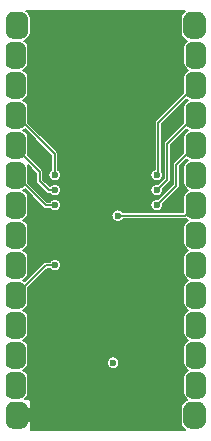
<source format=gbl>
G04 #@! TF.GenerationSoftware,KiCad,Pcbnew,(5.1.5-0-10_14)*
G04 #@! TF.CreationDate,2021-04-02T23:53:53-04:00*
G04 #@! TF.ProjectId,GW28R8128,47573238-5238-4313-9238-2e6b69636164,rev?*
G04 #@! TF.SameCoordinates,Original*
G04 #@! TF.FileFunction,Copper,L2,Bot*
G04 #@! TF.FilePolarity,Positive*
%FSLAX46Y46*%
G04 Gerber Fmt 4.6, Leading zero omitted, Abs format (unit mm)*
G04 Created by KiCad (PCBNEW (5.1.5-0-10_14)) date 2021-04-02 23:53:53*
%MOMM*%
%LPD*%
G04 APERTURE LIST*
%ADD10C,0.100000*%
%ADD11C,0.800000*%
%ADD12C,0.600000*%
%ADD13C,0.152400*%
G04 APERTURE END LIST*
G04 #@! TA.AperFunction,ComponentPad*
D10*
G36*
X56130181Y-19183202D02*
G01*
X56194735Y-19192778D01*
X56258039Y-19208635D01*
X56319484Y-19230620D01*
X56378479Y-19258522D01*
X56434454Y-19292073D01*
X56486872Y-19330948D01*
X56535226Y-19374774D01*
X56579052Y-19423128D01*
X56617927Y-19475546D01*
X56651478Y-19531521D01*
X56679380Y-19590516D01*
X56701365Y-19651961D01*
X56717222Y-19715265D01*
X56726798Y-19779819D01*
X56730000Y-19845000D01*
X56730000Y-20795000D01*
X56726798Y-20860181D01*
X56717222Y-20924735D01*
X56701365Y-20988039D01*
X56679380Y-21049484D01*
X56651478Y-21108479D01*
X56617927Y-21164454D01*
X56579052Y-21216872D01*
X56535226Y-21265226D01*
X56486872Y-21309052D01*
X56434454Y-21347927D01*
X56378479Y-21381478D01*
X56319484Y-21409380D01*
X56258039Y-21431365D01*
X56194735Y-21447222D01*
X56130181Y-21456798D01*
X56065000Y-21460000D01*
X55495000Y-21460000D01*
X55429819Y-21456798D01*
X55365265Y-21447222D01*
X55301961Y-21431365D01*
X55240516Y-21409380D01*
X55181521Y-21381478D01*
X55125546Y-21347927D01*
X55073128Y-21309052D01*
X55024774Y-21265226D01*
X54980948Y-21216872D01*
X54942073Y-21164454D01*
X54908522Y-21108479D01*
X54880620Y-21049484D01*
X54858635Y-20988039D01*
X54842778Y-20924735D01*
X54833202Y-20860181D01*
X54830000Y-20795000D01*
X54830000Y-19845000D01*
X54833202Y-19779819D01*
X54842778Y-19715265D01*
X54858635Y-19651961D01*
X54880620Y-19590516D01*
X54908522Y-19531521D01*
X54942073Y-19475546D01*
X54980948Y-19423128D01*
X55024774Y-19374774D01*
X55073128Y-19330948D01*
X55125546Y-19292073D01*
X55181521Y-19258522D01*
X55240516Y-19230620D01*
X55301961Y-19208635D01*
X55365265Y-19192778D01*
X55429819Y-19183202D01*
X55495000Y-19180000D01*
X56065000Y-19180000D01*
X56130181Y-19183202D01*
G37*
G04 #@! TD.AperFunction*
G04 #@! TA.AperFunction,ComponentPad*
G36*
X41090181Y-52203202D02*
G01*
X41154735Y-52212778D01*
X41218039Y-52228635D01*
X41279484Y-52250620D01*
X41338479Y-52278522D01*
X41394454Y-52312073D01*
X41446872Y-52350948D01*
X41495226Y-52394774D01*
X41539052Y-52443128D01*
X41577927Y-52495546D01*
X41611478Y-52551521D01*
X41639380Y-52610516D01*
X41661365Y-52671961D01*
X41677222Y-52735265D01*
X41686798Y-52799819D01*
X41690000Y-52865000D01*
X41690000Y-53815000D01*
X41686798Y-53880181D01*
X41677222Y-53944735D01*
X41661365Y-54008039D01*
X41639380Y-54069484D01*
X41611478Y-54128479D01*
X41577927Y-54184454D01*
X41539052Y-54236872D01*
X41495226Y-54285226D01*
X41446872Y-54329052D01*
X41394454Y-54367927D01*
X41338479Y-54401478D01*
X41279484Y-54429380D01*
X41218039Y-54451365D01*
X41154735Y-54467222D01*
X41090181Y-54476798D01*
X41025000Y-54480000D01*
X40455000Y-54480000D01*
X40389819Y-54476798D01*
X40325265Y-54467222D01*
X40261961Y-54451365D01*
X40200516Y-54429380D01*
X40141521Y-54401478D01*
X40085546Y-54367927D01*
X40033128Y-54329052D01*
X39984774Y-54285226D01*
X39940948Y-54236872D01*
X39902073Y-54184454D01*
X39868522Y-54128479D01*
X39840620Y-54069484D01*
X39818635Y-54008039D01*
X39802778Y-53944735D01*
X39793202Y-53880181D01*
X39790000Y-53815000D01*
X39790000Y-52865000D01*
X39793202Y-52799819D01*
X39802778Y-52735265D01*
X39818635Y-52671961D01*
X39840620Y-52610516D01*
X39868522Y-52551521D01*
X39902073Y-52495546D01*
X39940948Y-52443128D01*
X39984774Y-52394774D01*
X40033128Y-52350948D01*
X40085546Y-52312073D01*
X40141521Y-52278522D01*
X40200516Y-52250620D01*
X40261961Y-52228635D01*
X40325265Y-52212778D01*
X40389819Y-52203202D01*
X40455000Y-52200000D01*
X41025000Y-52200000D01*
X41090181Y-52203202D01*
G37*
G04 #@! TD.AperFunction*
G04 #@! TA.AperFunction,ComponentPad*
G36*
X56193320Y-21722865D02*
G01*
X56251079Y-21731433D01*
X56307719Y-21745621D01*
X56362697Y-21765292D01*
X56415481Y-21790257D01*
X56465564Y-21820276D01*
X56512464Y-21855059D01*
X56555729Y-21894271D01*
X56594941Y-21937536D01*
X56629724Y-21984436D01*
X56659743Y-22034519D01*
X56684708Y-22087303D01*
X56704379Y-22142281D01*
X56718567Y-22198921D01*
X56727135Y-22256680D01*
X56730000Y-22315000D01*
X56730000Y-23405000D01*
X56727135Y-23463320D01*
X56718567Y-23521079D01*
X56704379Y-23577719D01*
X56684708Y-23632697D01*
X56659743Y-23685481D01*
X56629724Y-23735564D01*
X56594941Y-23782464D01*
X56555729Y-23825729D01*
X56512464Y-23864941D01*
X56465564Y-23899724D01*
X56415481Y-23929743D01*
X56362697Y-23954708D01*
X56307719Y-23974379D01*
X56251079Y-23988567D01*
X56193320Y-23997135D01*
X56135000Y-24000000D01*
X55625000Y-24000000D01*
X55566680Y-23997135D01*
X55508921Y-23988567D01*
X55452281Y-23974379D01*
X55397303Y-23954708D01*
X55344519Y-23929743D01*
X55294436Y-23899724D01*
X55247536Y-23864941D01*
X55204271Y-23825729D01*
X55165059Y-23782464D01*
X55130276Y-23735564D01*
X55100257Y-23685481D01*
X55075292Y-23632697D01*
X55055621Y-23577719D01*
X55041433Y-23521079D01*
X55032865Y-23463320D01*
X55030000Y-23405000D01*
X55030000Y-22315000D01*
X55032865Y-22256680D01*
X55041433Y-22198921D01*
X55055621Y-22142281D01*
X55075292Y-22087303D01*
X55100257Y-22034519D01*
X55130276Y-21984436D01*
X55165059Y-21937536D01*
X55204271Y-21894271D01*
X55247536Y-21855059D01*
X55294436Y-21820276D01*
X55344519Y-21790257D01*
X55397303Y-21765292D01*
X55452281Y-21745621D01*
X55508921Y-21731433D01*
X55566680Y-21722865D01*
X55625000Y-21720000D01*
X56135000Y-21720000D01*
X56193320Y-21722865D01*
G37*
G04 #@! TD.AperFunction*
G04 #@! TA.AperFunction,ComponentPad*
G36*
X40953320Y-49662865D02*
G01*
X41011079Y-49671433D01*
X41067719Y-49685621D01*
X41122697Y-49705292D01*
X41175481Y-49730257D01*
X41225564Y-49760276D01*
X41272464Y-49795059D01*
X41315729Y-49834271D01*
X41354941Y-49877536D01*
X41389724Y-49924436D01*
X41419743Y-49974519D01*
X41444708Y-50027303D01*
X41464379Y-50082281D01*
X41478567Y-50138921D01*
X41487135Y-50196680D01*
X41490000Y-50255000D01*
X41490000Y-51345000D01*
X41487135Y-51403320D01*
X41478567Y-51461079D01*
X41464379Y-51517719D01*
X41444708Y-51572697D01*
X41419743Y-51625481D01*
X41389724Y-51675564D01*
X41354941Y-51722464D01*
X41315729Y-51765729D01*
X41272464Y-51804941D01*
X41225564Y-51839724D01*
X41175481Y-51869743D01*
X41122697Y-51894708D01*
X41067719Y-51914379D01*
X41011079Y-51928567D01*
X40953320Y-51937135D01*
X40895000Y-51940000D01*
X40385000Y-51940000D01*
X40326680Y-51937135D01*
X40268921Y-51928567D01*
X40212281Y-51914379D01*
X40157303Y-51894708D01*
X40104519Y-51869743D01*
X40054436Y-51839724D01*
X40007536Y-51804941D01*
X39964271Y-51765729D01*
X39925059Y-51722464D01*
X39890276Y-51675564D01*
X39860257Y-51625481D01*
X39835292Y-51572697D01*
X39815621Y-51517719D01*
X39801433Y-51461079D01*
X39792865Y-51403320D01*
X39790000Y-51345000D01*
X39790000Y-50255000D01*
X39792865Y-50196680D01*
X39801433Y-50138921D01*
X39815621Y-50082281D01*
X39835292Y-50027303D01*
X39860257Y-49974519D01*
X39890276Y-49924436D01*
X39925059Y-49877536D01*
X39964271Y-49834271D01*
X40007536Y-49795059D01*
X40054436Y-49760276D01*
X40104519Y-49730257D01*
X40157303Y-49705292D01*
X40212281Y-49685621D01*
X40268921Y-49671433D01*
X40326680Y-49662865D01*
X40385000Y-49660000D01*
X40895000Y-49660000D01*
X40953320Y-49662865D01*
G37*
G04 #@! TD.AperFunction*
G04 #@! TA.AperFunction,ComponentPad*
G36*
X56193320Y-24262865D02*
G01*
X56251079Y-24271433D01*
X56307719Y-24285621D01*
X56362697Y-24305292D01*
X56415481Y-24330257D01*
X56465564Y-24360276D01*
X56512464Y-24395059D01*
X56555729Y-24434271D01*
X56594941Y-24477536D01*
X56629724Y-24524436D01*
X56659743Y-24574519D01*
X56684708Y-24627303D01*
X56704379Y-24682281D01*
X56718567Y-24738921D01*
X56727135Y-24796680D01*
X56730000Y-24855000D01*
X56730000Y-25945000D01*
X56727135Y-26003320D01*
X56718567Y-26061079D01*
X56704379Y-26117719D01*
X56684708Y-26172697D01*
X56659743Y-26225481D01*
X56629724Y-26275564D01*
X56594941Y-26322464D01*
X56555729Y-26365729D01*
X56512464Y-26404941D01*
X56465564Y-26439724D01*
X56415481Y-26469743D01*
X56362697Y-26494708D01*
X56307719Y-26514379D01*
X56251079Y-26528567D01*
X56193320Y-26537135D01*
X56135000Y-26540000D01*
X55625000Y-26540000D01*
X55566680Y-26537135D01*
X55508921Y-26528567D01*
X55452281Y-26514379D01*
X55397303Y-26494708D01*
X55344519Y-26469743D01*
X55294436Y-26439724D01*
X55247536Y-26404941D01*
X55204271Y-26365729D01*
X55165059Y-26322464D01*
X55130276Y-26275564D01*
X55100257Y-26225481D01*
X55075292Y-26172697D01*
X55055621Y-26117719D01*
X55041433Y-26061079D01*
X55032865Y-26003320D01*
X55030000Y-25945000D01*
X55030000Y-24855000D01*
X55032865Y-24796680D01*
X55041433Y-24738921D01*
X55055621Y-24682281D01*
X55075292Y-24627303D01*
X55100257Y-24574519D01*
X55130276Y-24524436D01*
X55165059Y-24477536D01*
X55204271Y-24434271D01*
X55247536Y-24395059D01*
X55294436Y-24360276D01*
X55344519Y-24330257D01*
X55397303Y-24305292D01*
X55452281Y-24285621D01*
X55508921Y-24271433D01*
X55566680Y-24262865D01*
X55625000Y-24260000D01*
X56135000Y-24260000D01*
X56193320Y-24262865D01*
G37*
G04 #@! TD.AperFunction*
G04 #@! TA.AperFunction,ComponentPad*
G36*
X40953320Y-47122865D02*
G01*
X41011079Y-47131433D01*
X41067719Y-47145621D01*
X41122697Y-47165292D01*
X41175481Y-47190257D01*
X41225564Y-47220276D01*
X41272464Y-47255059D01*
X41315729Y-47294271D01*
X41354941Y-47337536D01*
X41389724Y-47384436D01*
X41419743Y-47434519D01*
X41444708Y-47487303D01*
X41464379Y-47542281D01*
X41478567Y-47598921D01*
X41487135Y-47656680D01*
X41490000Y-47715000D01*
X41490000Y-48805000D01*
X41487135Y-48863320D01*
X41478567Y-48921079D01*
X41464379Y-48977719D01*
X41444708Y-49032697D01*
X41419743Y-49085481D01*
X41389724Y-49135564D01*
X41354941Y-49182464D01*
X41315729Y-49225729D01*
X41272464Y-49264941D01*
X41225564Y-49299724D01*
X41175481Y-49329743D01*
X41122697Y-49354708D01*
X41067719Y-49374379D01*
X41011079Y-49388567D01*
X40953320Y-49397135D01*
X40895000Y-49400000D01*
X40385000Y-49400000D01*
X40326680Y-49397135D01*
X40268921Y-49388567D01*
X40212281Y-49374379D01*
X40157303Y-49354708D01*
X40104519Y-49329743D01*
X40054436Y-49299724D01*
X40007536Y-49264941D01*
X39964271Y-49225729D01*
X39925059Y-49182464D01*
X39890276Y-49135564D01*
X39860257Y-49085481D01*
X39835292Y-49032697D01*
X39815621Y-48977719D01*
X39801433Y-48921079D01*
X39792865Y-48863320D01*
X39790000Y-48805000D01*
X39790000Y-47715000D01*
X39792865Y-47656680D01*
X39801433Y-47598921D01*
X39815621Y-47542281D01*
X39835292Y-47487303D01*
X39860257Y-47434519D01*
X39890276Y-47384436D01*
X39925059Y-47337536D01*
X39964271Y-47294271D01*
X40007536Y-47255059D01*
X40054436Y-47220276D01*
X40104519Y-47190257D01*
X40157303Y-47165292D01*
X40212281Y-47145621D01*
X40268921Y-47131433D01*
X40326680Y-47122865D01*
X40385000Y-47120000D01*
X40895000Y-47120000D01*
X40953320Y-47122865D01*
G37*
G04 #@! TD.AperFunction*
G04 #@! TA.AperFunction,ComponentPad*
G36*
X56193320Y-26802865D02*
G01*
X56251079Y-26811433D01*
X56307719Y-26825621D01*
X56362697Y-26845292D01*
X56415481Y-26870257D01*
X56465564Y-26900276D01*
X56512464Y-26935059D01*
X56555729Y-26974271D01*
X56594941Y-27017536D01*
X56629724Y-27064436D01*
X56659743Y-27114519D01*
X56684708Y-27167303D01*
X56704379Y-27222281D01*
X56718567Y-27278921D01*
X56727135Y-27336680D01*
X56730000Y-27395000D01*
X56730000Y-28485000D01*
X56727135Y-28543320D01*
X56718567Y-28601079D01*
X56704379Y-28657719D01*
X56684708Y-28712697D01*
X56659743Y-28765481D01*
X56629724Y-28815564D01*
X56594941Y-28862464D01*
X56555729Y-28905729D01*
X56512464Y-28944941D01*
X56465564Y-28979724D01*
X56415481Y-29009743D01*
X56362697Y-29034708D01*
X56307719Y-29054379D01*
X56251079Y-29068567D01*
X56193320Y-29077135D01*
X56135000Y-29080000D01*
X55625000Y-29080000D01*
X55566680Y-29077135D01*
X55508921Y-29068567D01*
X55452281Y-29054379D01*
X55397303Y-29034708D01*
X55344519Y-29009743D01*
X55294436Y-28979724D01*
X55247536Y-28944941D01*
X55204271Y-28905729D01*
X55165059Y-28862464D01*
X55130276Y-28815564D01*
X55100257Y-28765481D01*
X55075292Y-28712697D01*
X55055621Y-28657719D01*
X55041433Y-28601079D01*
X55032865Y-28543320D01*
X55030000Y-28485000D01*
X55030000Y-27395000D01*
X55032865Y-27336680D01*
X55041433Y-27278921D01*
X55055621Y-27222281D01*
X55075292Y-27167303D01*
X55100257Y-27114519D01*
X55130276Y-27064436D01*
X55165059Y-27017536D01*
X55204271Y-26974271D01*
X55247536Y-26935059D01*
X55294436Y-26900276D01*
X55344519Y-26870257D01*
X55397303Y-26845292D01*
X55452281Y-26825621D01*
X55508921Y-26811433D01*
X55566680Y-26802865D01*
X55625000Y-26800000D01*
X56135000Y-26800000D01*
X56193320Y-26802865D01*
G37*
G04 #@! TD.AperFunction*
G04 #@! TA.AperFunction,ComponentPad*
G36*
X40953320Y-44582865D02*
G01*
X41011079Y-44591433D01*
X41067719Y-44605621D01*
X41122697Y-44625292D01*
X41175481Y-44650257D01*
X41225564Y-44680276D01*
X41272464Y-44715059D01*
X41315729Y-44754271D01*
X41354941Y-44797536D01*
X41389724Y-44844436D01*
X41419743Y-44894519D01*
X41444708Y-44947303D01*
X41464379Y-45002281D01*
X41478567Y-45058921D01*
X41487135Y-45116680D01*
X41490000Y-45175000D01*
X41490000Y-46265000D01*
X41487135Y-46323320D01*
X41478567Y-46381079D01*
X41464379Y-46437719D01*
X41444708Y-46492697D01*
X41419743Y-46545481D01*
X41389724Y-46595564D01*
X41354941Y-46642464D01*
X41315729Y-46685729D01*
X41272464Y-46724941D01*
X41225564Y-46759724D01*
X41175481Y-46789743D01*
X41122697Y-46814708D01*
X41067719Y-46834379D01*
X41011079Y-46848567D01*
X40953320Y-46857135D01*
X40895000Y-46860000D01*
X40385000Y-46860000D01*
X40326680Y-46857135D01*
X40268921Y-46848567D01*
X40212281Y-46834379D01*
X40157303Y-46814708D01*
X40104519Y-46789743D01*
X40054436Y-46759724D01*
X40007536Y-46724941D01*
X39964271Y-46685729D01*
X39925059Y-46642464D01*
X39890276Y-46595564D01*
X39860257Y-46545481D01*
X39835292Y-46492697D01*
X39815621Y-46437719D01*
X39801433Y-46381079D01*
X39792865Y-46323320D01*
X39790000Y-46265000D01*
X39790000Y-45175000D01*
X39792865Y-45116680D01*
X39801433Y-45058921D01*
X39815621Y-45002281D01*
X39835292Y-44947303D01*
X39860257Y-44894519D01*
X39890276Y-44844436D01*
X39925059Y-44797536D01*
X39964271Y-44754271D01*
X40007536Y-44715059D01*
X40054436Y-44680276D01*
X40104519Y-44650257D01*
X40157303Y-44625292D01*
X40212281Y-44605621D01*
X40268921Y-44591433D01*
X40326680Y-44582865D01*
X40385000Y-44580000D01*
X40895000Y-44580000D01*
X40953320Y-44582865D01*
G37*
G04 #@! TD.AperFunction*
G04 #@! TA.AperFunction,ComponentPad*
G36*
X56193320Y-29342865D02*
G01*
X56251079Y-29351433D01*
X56307719Y-29365621D01*
X56362697Y-29385292D01*
X56415481Y-29410257D01*
X56465564Y-29440276D01*
X56512464Y-29475059D01*
X56555729Y-29514271D01*
X56594941Y-29557536D01*
X56629724Y-29604436D01*
X56659743Y-29654519D01*
X56684708Y-29707303D01*
X56704379Y-29762281D01*
X56718567Y-29818921D01*
X56727135Y-29876680D01*
X56730000Y-29935000D01*
X56730000Y-31025000D01*
X56727135Y-31083320D01*
X56718567Y-31141079D01*
X56704379Y-31197719D01*
X56684708Y-31252697D01*
X56659743Y-31305481D01*
X56629724Y-31355564D01*
X56594941Y-31402464D01*
X56555729Y-31445729D01*
X56512464Y-31484941D01*
X56465564Y-31519724D01*
X56415481Y-31549743D01*
X56362697Y-31574708D01*
X56307719Y-31594379D01*
X56251079Y-31608567D01*
X56193320Y-31617135D01*
X56135000Y-31620000D01*
X55625000Y-31620000D01*
X55566680Y-31617135D01*
X55508921Y-31608567D01*
X55452281Y-31594379D01*
X55397303Y-31574708D01*
X55344519Y-31549743D01*
X55294436Y-31519724D01*
X55247536Y-31484941D01*
X55204271Y-31445729D01*
X55165059Y-31402464D01*
X55130276Y-31355564D01*
X55100257Y-31305481D01*
X55075292Y-31252697D01*
X55055621Y-31197719D01*
X55041433Y-31141079D01*
X55032865Y-31083320D01*
X55030000Y-31025000D01*
X55030000Y-29935000D01*
X55032865Y-29876680D01*
X55041433Y-29818921D01*
X55055621Y-29762281D01*
X55075292Y-29707303D01*
X55100257Y-29654519D01*
X55130276Y-29604436D01*
X55165059Y-29557536D01*
X55204271Y-29514271D01*
X55247536Y-29475059D01*
X55294436Y-29440276D01*
X55344519Y-29410257D01*
X55397303Y-29385292D01*
X55452281Y-29365621D01*
X55508921Y-29351433D01*
X55566680Y-29342865D01*
X55625000Y-29340000D01*
X56135000Y-29340000D01*
X56193320Y-29342865D01*
G37*
G04 #@! TD.AperFunction*
G04 #@! TA.AperFunction,ComponentPad*
G36*
X40953320Y-42042865D02*
G01*
X41011079Y-42051433D01*
X41067719Y-42065621D01*
X41122697Y-42085292D01*
X41175481Y-42110257D01*
X41225564Y-42140276D01*
X41272464Y-42175059D01*
X41315729Y-42214271D01*
X41354941Y-42257536D01*
X41389724Y-42304436D01*
X41419743Y-42354519D01*
X41444708Y-42407303D01*
X41464379Y-42462281D01*
X41478567Y-42518921D01*
X41487135Y-42576680D01*
X41490000Y-42635000D01*
X41490000Y-43725000D01*
X41487135Y-43783320D01*
X41478567Y-43841079D01*
X41464379Y-43897719D01*
X41444708Y-43952697D01*
X41419743Y-44005481D01*
X41389724Y-44055564D01*
X41354941Y-44102464D01*
X41315729Y-44145729D01*
X41272464Y-44184941D01*
X41225564Y-44219724D01*
X41175481Y-44249743D01*
X41122697Y-44274708D01*
X41067719Y-44294379D01*
X41011079Y-44308567D01*
X40953320Y-44317135D01*
X40895000Y-44320000D01*
X40385000Y-44320000D01*
X40326680Y-44317135D01*
X40268921Y-44308567D01*
X40212281Y-44294379D01*
X40157303Y-44274708D01*
X40104519Y-44249743D01*
X40054436Y-44219724D01*
X40007536Y-44184941D01*
X39964271Y-44145729D01*
X39925059Y-44102464D01*
X39890276Y-44055564D01*
X39860257Y-44005481D01*
X39835292Y-43952697D01*
X39815621Y-43897719D01*
X39801433Y-43841079D01*
X39792865Y-43783320D01*
X39790000Y-43725000D01*
X39790000Y-42635000D01*
X39792865Y-42576680D01*
X39801433Y-42518921D01*
X39815621Y-42462281D01*
X39835292Y-42407303D01*
X39860257Y-42354519D01*
X39890276Y-42304436D01*
X39925059Y-42257536D01*
X39964271Y-42214271D01*
X40007536Y-42175059D01*
X40054436Y-42140276D01*
X40104519Y-42110257D01*
X40157303Y-42085292D01*
X40212281Y-42065621D01*
X40268921Y-42051433D01*
X40326680Y-42042865D01*
X40385000Y-42040000D01*
X40895000Y-42040000D01*
X40953320Y-42042865D01*
G37*
G04 #@! TD.AperFunction*
G04 #@! TA.AperFunction,ComponentPad*
G36*
X56193320Y-31882865D02*
G01*
X56251079Y-31891433D01*
X56307719Y-31905621D01*
X56362697Y-31925292D01*
X56415481Y-31950257D01*
X56465564Y-31980276D01*
X56512464Y-32015059D01*
X56555729Y-32054271D01*
X56594941Y-32097536D01*
X56629724Y-32144436D01*
X56659743Y-32194519D01*
X56684708Y-32247303D01*
X56704379Y-32302281D01*
X56718567Y-32358921D01*
X56727135Y-32416680D01*
X56730000Y-32475000D01*
X56730000Y-33565000D01*
X56727135Y-33623320D01*
X56718567Y-33681079D01*
X56704379Y-33737719D01*
X56684708Y-33792697D01*
X56659743Y-33845481D01*
X56629724Y-33895564D01*
X56594941Y-33942464D01*
X56555729Y-33985729D01*
X56512464Y-34024941D01*
X56465564Y-34059724D01*
X56415481Y-34089743D01*
X56362697Y-34114708D01*
X56307719Y-34134379D01*
X56251079Y-34148567D01*
X56193320Y-34157135D01*
X56135000Y-34160000D01*
X55625000Y-34160000D01*
X55566680Y-34157135D01*
X55508921Y-34148567D01*
X55452281Y-34134379D01*
X55397303Y-34114708D01*
X55344519Y-34089743D01*
X55294436Y-34059724D01*
X55247536Y-34024941D01*
X55204271Y-33985729D01*
X55165059Y-33942464D01*
X55130276Y-33895564D01*
X55100257Y-33845481D01*
X55075292Y-33792697D01*
X55055621Y-33737719D01*
X55041433Y-33681079D01*
X55032865Y-33623320D01*
X55030000Y-33565000D01*
X55030000Y-32475000D01*
X55032865Y-32416680D01*
X55041433Y-32358921D01*
X55055621Y-32302281D01*
X55075292Y-32247303D01*
X55100257Y-32194519D01*
X55130276Y-32144436D01*
X55165059Y-32097536D01*
X55204271Y-32054271D01*
X55247536Y-32015059D01*
X55294436Y-31980276D01*
X55344519Y-31950257D01*
X55397303Y-31925292D01*
X55452281Y-31905621D01*
X55508921Y-31891433D01*
X55566680Y-31882865D01*
X55625000Y-31880000D01*
X56135000Y-31880000D01*
X56193320Y-31882865D01*
G37*
G04 #@! TD.AperFunction*
G04 #@! TA.AperFunction,ComponentPad*
G36*
X40953320Y-39502865D02*
G01*
X41011079Y-39511433D01*
X41067719Y-39525621D01*
X41122697Y-39545292D01*
X41175481Y-39570257D01*
X41225564Y-39600276D01*
X41272464Y-39635059D01*
X41315729Y-39674271D01*
X41354941Y-39717536D01*
X41389724Y-39764436D01*
X41419743Y-39814519D01*
X41444708Y-39867303D01*
X41464379Y-39922281D01*
X41478567Y-39978921D01*
X41487135Y-40036680D01*
X41490000Y-40095000D01*
X41490000Y-41185000D01*
X41487135Y-41243320D01*
X41478567Y-41301079D01*
X41464379Y-41357719D01*
X41444708Y-41412697D01*
X41419743Y-41465481D01*
X41389724Y-41515564D01*
X41354941Y-41562464D01*
X41315729Y-41605729D01*
X41272464Y-41644941D01*
X41225564Y-41679724D01*
X41175481Y-41709743D01*
X41122697Y-41734708D01*
X41067719Y-41754379D01*
X41011079Y-41768567D01*
X40953320Y-41777135D01*
X40895000Y-41780000D01*
X40385000Y-41780000D01*
X40326680Y-41777135D01*
X40268921Y-41768567D01*
X40212281Y-41754379D01*
X40157303Y-41734708D01*
X40104519Y-41709743D01*
X40054436Y-41679724D01*
X40007536Y-41644941D01*
X39964271Y-41605729D01*
X39925059Y-41562464D01*
X39890276Y-41515564D01*
X39860257Y-41465481D01*
X39835292Y-41412697D01*
X39815621Y-41357719D01*
X39801433Y-41301079D01*
X39792865Y-41243320D01*
X39790000Y-41185000D01*
X39790000Y-40095000D01*
X39792865Y-40036680D01*
X39801433Y-39978921D01*
X39815621Y-39922281D01*
X39835292Y-39867303D01*
X39860257Y-39814519D01*
X39890276Y-39764436D01*
X39925059Y-39717536D01*
X39964271Y-39674271D01*
X40007536Y-39635059D01*
X40054436Y-39600276D01*
X40104519Y-39570257D01*
X40157303Y-39545292D01*
X40212281Y-39525621D01*
X40268921Y-39511433D01*
X40326680Y-39502865D01*
X40385000Y-39500000D01*
X40895000Y-39500000D01*
X40953320Y-39502865D01*
G37*
G04 #@! TD.AperFunction*
G04 #@! TA.AperFunction,ComponentPad*
G36*
X56193320Y-34422865D02*
G01*
X56251079Y-34431433D01*
X56307719Y-34445621D01*
X56362697Y-34465292D01*
X56415481Y-34490257D01*
X56465564Y-34520276D01*
X56512464Y-34555059D01*
X56555729Y-34594271D01*
X56594941Y-34637536D01*
X56629724Y-34684436D01*
X56659743Y-34734519D01*
X56684708Y-34787303D01*
X56704379Y-34842281D01*
X56718567Y-34898921D01*
X56727135Y-34956680D01*
X56730000Y-35015000D01*
X56730000Y-36105000D01*
X56727135Y-36163320D01*
X56718567Y-36221079D01*
X56704379Y-36277719D01*
X56684708Y-36332697D01*
X56659743Y-36385481D01*
X56629724Y-36435564D01*
X56594941Y-36482464D01*
X56555729Y-36525729D01*
X56512464Y-36564941D01*
X56465564Y-36599724D01*
X56415481Y-36629743D01*
X56362697Y-36654708D01*
X56307719Y-36674379D01*
X56251079Y-36688567D01*
X56193320Y-36697135D01*
X56135000Y-36700000D01*
X55625000Y-36700000D01*
X55566680Y-36697135D01*
X55508921Y-36688567D01*
X55452281Y-36674379D01*
X55397303Y-36654708D01*
X55344519Y-36629743D01*
X55294436Y-36599724D01*
X55247536Y-36564941D01*
X55204271Y-36525729D01*
X55165059Y-36482464D01*
X55130276Y-36435564D01*
X55100257Y-36385481D01*
X55075292Y-36332697D01*
X55055621Y-36277719D01*
X55041433Y-36221079D01*
X55032865Y-36163320D01*
X55030000Y-36105000D01*
X55030000Y-35015000D01*
X55032865Y-34956680D01*
X55041433Y-34898921D01*
X55055621Y-34842281D01*
X55075292Y-34787303D01*
X55100257Y-34734519D01*
X55130276Y-34684436D01*
X55165059Y-34637536D01*
X55204271Y-34594271D01*
X55247536Y-34555059D01*
X55294436Y-34520276D01*
X55344519Y-34490257D01*
X55397303Y-34465292D01*
X55452281Y-34445621D01*
X55508921Y-34431433D01*
X55566680Y-34422865D01*
X55625000Y-34420000D01*
X56135000Y-34420000D01*
X56193320Y-34422865D01*
G37*
G04 #@! TD.AperFunction*
G04 #@! TA.AperFunction,ComponentPad*
G36*
X40953320Y-36962865D02*
G01*
X41011079Y-36971433D01*
X41067719Y-36985621D01*
X41122697Y-37005292D01*
X41175481Y-37030257D01*
X41225564Y-37060276D01*
X41272464Y-37095059D01*
X41315729Y-37134271D01*
X41354941Y-37177536D01*
X41389724Y-37224436D01*
X41419743Y-37274519D01*
X41444708Y-37327303D01*
X41464379Y-37382281D01*
X41478567Y-37438921D01*
X41487135Y-37496680D01*
X41490000Y-37555000D01*
X41490000Y-38645000D01*
X41487135Y-38703320D01*
X41478567Y-38761079D01*
X41464379Y-38817719D01*
X41444708Y-38872697D01*
X41419743Y-38925481D01*
X41389724Y-38975564D01*
X41354941Y-39022464D01*
X41315729Y-39065729D01*
X41272464Y-39104941D01*
X41225564Y-39139724D01*
X41175481Y-39169743D01*
X41122697Y-39194708D01*
X41067719Y-39214379D01*
X41011079Y-39228567D01*
X40953320Y-39237135D01*
X40895000Y-39240000D01*
X40385000Y-39240000D01*
X40326680Y-39237135D01*
X40268921Y-39228567D01*
X40212281Y-39214379D01*
X40157303Y-39194708D01*
X40104519Y-39169743D01*
X40054436Y-39139724D01*
X40007536Y-39104941D01*
X39964271Y-39065729D01*
X39925059Y-39022464D01*
X39890276Y-38975564D01*
X39860257Y-38925481D01*
X39835292Y-38872697D01*
X39815621Y-38817719D01*
X39801433Y-38761079D01*
X39792865Y-38703320D01*
X39790000Y-38645000D01*
X39790000Y-37555000D01*
X39792865Y-37496680D01*
X39801433Y-37438921D01*
X39815621Y-37382281D01*
X39835292Y-37327303D01*
X39860257Y-37274519D01*
X39890276Y-37224436D01*
X39925059Y-37177536D01*
X39964271Y-37134271D01*
X40007536Y-37095059D01*
X40054436Y-37060276D01*
X40104519Y-37030257D01*
X40157303Y-37005292D01*
X40212281Y-36985621D01*
X40268921Y-36971433D01*
X40326680Y-36962865D01*
X40385000Y-36960000D01*
X40895000Y-36960000D01*
X40953320Y-36962865D01*
G37*
G04 #@! TD.AperFunction*
G04 #@! TA.AperFunction,ComponentPad*
G36*
X56193320Y-36962865D02*
G01*
X56251079Y-36971433D01*
X56307719Y-36985621D01*
X56362697Y-37005292D01*
X56415481Y-37030257D01*
X56465564Y-37060276D01*
X56512464Y-37095059D01*
X56555729Y-37134271D01*
X56594941Y-37177536D01*
X56629724Y-37224436D01*
X56659743Y-37274519D01*
X56684708Y-37327303D01*
X56704379Y-37382281D01*
X56718567Y-37438921D01*
X56727135Y-37496680D01*
X56730000Y-37555000D01*
X56730000Y-38645000D01*
X56727135Y-38703320D01*
X56718567Y-38761079D01*
X56704379Y-38817719D01*
X56684708Y-38872697D01*
X56659743Y-38925481D01*
X56629724Y-38975564D01*
X56594941Y-39022464D01*
X56555729Y-39065729D01*
X56512464Y-39104941D01*
X56465564Y-39139724D01*
X56415481Y-39169743D01*
X56362697Y-39194708D01*
X56307719Y-39214379D01*
X56251079Y-39228567D01*
X56193320Y-39237135D01*
X56135000Y-39240000D01*
X55625000Y-39240000D01*
X55566680Y-39237135D01*
X55508921Y-39228567D01*
X55452281Y-39214379D01*
X55397303Y-39194708D01*
X55344519Y-39169743D01*
X55294436Y-39139724D01*
X55247536Y-39104941D01*
X55204271Y-39065729D01*
X55165059Y-39022464D01*
X55130276Y-38975564D01*
X55100257Y-38925481D01*
X55075292Y-38872697D01*
X55055621Y-38817719D01*
X55041433Y-38761079D01*
X55032865Y-38703320D01*
X55030000Y-38645000D01*
X55030000Y-37555000D01*
X55032865Y-37496680D01*
X55041433Y-37438921D01*
X55055621Y-37382281D01*
X55075292Y-37327303D01*
X55100257Y-37274519D01*
X55130276Y-37224436D01*
X55165059Y-37177536D01*
X55204271Y-37134271D01*
X55247536Y-37095059D01*
X55294436Y-37060276D01*
X55344519Y-37030257D01*
X55397303Y-37005292D01*
X55452281Y-36985621D01*
X55508921Y-36971433D01*
X55566680Y-36962865D01*
X55625000Y-36960000D01*
X56135000Y-36960000D01*
X56193320Y-36962865D01*
G37*
G04 #@! TD.AperFunction*
G04 #@! TA.AperFunction,ComponentPad*
G36*
X40953320Y-34422865D02*
G01*
X41011079Y-34431433D01*
X41067719Y-34445621D01*
X41122697Y-34465292D01*
X41175481Y-34490257D01*
X41225564Y-34520276D01*
X41272464Y-34555059D01*
X41315729Y-34594271D01*
X41354941Y-34637536D01*
X41389724Y-34684436D01*
X41419743Y-34734519D01*
X41444708Y-34787303D01*
X41464379Y-34842281D01*
X41478567Y-34898921D01*
X41487135Y-34956680D01*
X41490000Y-35015000D01*
X41490000Y-36105000D01*
X41487135Y-36163320D01*
X41478567Y-36221079D01*
X41464379Y-36277719D01*
X41444708Y-36332697D01*
X41419743Y-36385481D01*
X41389724Y-36435564D01*
X41354941Y-36482464D01*
X41315729Y-36525729D01*
X41272464Y-36564941D01*
X41225564Y-36599724D01*
X41175481Y-36629743D01*
X41122697Y-36654708D01*
X41067719Y-36674379D01*
X41011079Y-36688567D01*
X40953320Y-36697135D01*
X40895000Y-36700000D01*
X40385000Y-36700000D01*
X40326680Y-36697135D01*
X40268921Y-36688567D01*
X40212281Y-36674379D01*
X40157303Y-36654708D01*
X40104519Y-36629743D01*
X40054436Y-36599724D01*
X40007536Y-36564941D01*
X39964271Y-36525729D01*
X39925059Y-36482464D01*
X39890276Y-36435564D01*
X39860257Y-36385481D01*
X39835292Y-36332697D01*
X39815621Y-36277719D01*
X39801433Y-36221079D01*
X39792865Y-36163320D01*
X39790000Y-36105000D01*
X39790000Y-35015000D01*
X39792865Y-34956680D01*
X39801433Y-34898921D01*
X39815621Y-34842281D01*
X39835292Y-34787303D01*
X39860257Y-34734519D01*
X39890276Y-34684436D01*
X39925059Y-34637536D01*
X39964271Y-34594271D01*
X40007536Y-34555059D01*
X40054436Y-34520276D01*
X40104519Y-34490257D01*
X40157303Y-34465292D01*
X40212281Y-34445621D01*
X40268921Y-34431433D01*
X40326680Y-34422865D01*
X40385000Y-34420000D01*
X40895000Y-34420000D01*
X40953320Y-34422865D01*
G37*
G04 #@! TD.AperFunction*
G04 #@! TA.AperFunction,ComponentPad*
G36*
X56193320Y-39502865D02*
G01*
X56251079Y-39511433D01*
X56307719Y-39525621D01*
X56362697Y-39545292D01*
X56415481Y-39570257D01*
X56465564Y-39600276D01*
X56512464Y-39635059D01*
X56555729Y-39674271D01*
X56594941Y-39717536D01*
X56629724Y-39764436D01*
X56659743Y-39814519D01*
X56684708Y-39867303D01*
X56704379Y-39922281D01*
X56718567Y-39978921D01*
X56727135Y-40036680D01*
X56730000Y-40095000D01*
X56730000Y-41185000D01*
X56727135Y-41243320D01*
X56718567Y-41301079D01*
X56704379Y-41357719D01*
X56684708Y-41412697D01*
X56659743Y-41465481D01*
X56629724Y-41515564D01*
X56594941Y-41562464D01*
X56555729Y-41605729D01*
X56512464Y-41644941D01*
X56465564Y-41679724D01*
X56415481Y-41709743D01*
X56362697Y-41734708D01*
X56307719Y-41754379D01*
X56251079Y-41768567D01*
X56193320Y-41777135D01*
X56135000Y-41780000D01*
X55625000Y-41780000D01*
X55566680Y-41777135D01*
X55508921Y-41768567D01*
X55452281Y-41754379D01*
X55397303Y-41734708D01*
X55344519Y-41709743D01*
X55294436Y-41679724D01*
X55247536Y-41644941D01*
X55204271Y-41605729D01*
X55165059Y-41562464D01*
X55130276Y-41515564D01*
X55100257Y-41465481D01*
X55075292Y-41412697D01*
X55055621Y-41357719D01*
X55041433Y-41301079D01*
X55032865Y-41243320D01*
X55030000Y-41185000D01*
X55030000Y-40095000D01*
X55032865Y-40036680D01*
X55041433Y-39978921D01*
X55055621Y-39922281D01*
X55075292Y-39867303D01*
X55100257Y-39814519D01*
X55130276Y-39764436D01*
X55165059Y-39717536D01*
X55204271Y-39674271D01*
X55247536Y-39635059D01*
X55294436Y-39600276D01*
X55344519Y-39570257D01*
X55397303Y-39545292D01*
X55452281Y-39525621D01*
X55508921Y-39511433D01*
X55566680Y-39502865D01*
X55625000Y-39500000D01*
X56135000Y-39500000D01*
X56193320Y-39502865D01*
G37*
G04 #@! TD.AperFunction*
G04 #@! TA.AperFunction,ComponentPad*
G36*
X40953320Y-31882865D02*
G01*
X41011079Y-31891433D01*
X41067719Y-31905621D01*
X41122697Y-31925292D01*
X41175481Y-31950257D01*
X41225564Y-31980276D01*
X41272464Y-32015059D01*
X41315729Y-32054271D01*
X41354941Y-32097536D01*
X41389724Y-32144436D01*
X41419743Y-32194519D01*
X41444708Y-32247303D01*
X41464379Y-32302281D01*
X41478567Y-32358921D01*
X41487135Y-32416680D01*
X41490000Y-32475000D01*
X41490000Y-33565000D01*
X41487135Y-33623320D01*
X41478567Y-33681079D01*
X41464379Y-33737719D01*
X41444708Y-33792697D01*
X41419743Y-33845481D01*
X41389724Y-33895564D01*
X41354941Y-33942464D01*
X41315729Y-33985729D01*
X41272464Y-34024941D01*
X41225564Y-34059724D01*
X41175481Y-34089743D01*
X41122697Y-34114708D01*
X41067719Y-34134379D01*
X41011079Y-34148567D01*
X40953320Y-34157135D01*
X40895000Y-34160000D01*
X40385000Y-34160000D01*
X40326680Y-34157135D01*
X40268921Y-34148567D01*
X40212281Y-34134379D01*
X40157303Y-34114708D01*
X40104519Y-34089743D01*
X40054436Y-34059724D01*
X40007536Y-34024941D01*
X39964271Y-33985729D01*
X39925059Y-33942464D01*
X39890276Y-33895564D01*
X39860257Y-33845481D01*
X39835292Y-33792697D01*
X39815621Y-33737719D01*
X39801433Y-33681079D01*
X39792865Y-33623320D01*
X39790000Y-33565000D01*
X39790000Y-32475000D01*
X39792865Y-32416680D01*
X39801433Y-32358921D01*
X39815621Y-32302281D01*
X39835292Y-32247303D01*
X39860257Y-32194519D01*
X39890276Y-32144436D01*
X39925059Y-32097536D01*
X39964271Y-32054271D01*
X40007536Y-32015059D01*
X40054436Y-31980276D01*
X40104519Y-31950257D01*
X40157303Y-31925292D01*
X40212281Y-31905621D01*
X40268921Y-31891433D01*
X40326680Y-31882865D01*
X40385000Y-31880000D01*
X40895000Y-31880000D01*
X40953320Y-31882865D01*
G37*
G04 #@! TD.AperFunction*
G04 #@! TA.AperFunction,ComponentPad*
G36*
X56193320Y-42042865D02*
G01*
X56251079Y-42051433D01*
X56307719Y-42065621D01*
X56362697Y-42085292D01*
X56415481Y-42110257D01*
X56465564Y-42140276D01*
X56512464Y-42175059D01*
X56555729Y-42214271D01*
X56594941Y-42257536D01*
X56629724Y-42304436D01*
X56659743Y-42354519D01*
X56684708Y-42407303D01*
X56704379Y-42462281D01*
X56718567Y-42518921D01*
X56727135Y-42576680D01*
X56730000Y-42635000D01*
X56730000Y-43725000D01*
X56727135Y-43783320D01*
X56718567Y-43841079D01*
X56704379Y-43897719D01*
X56684708Y-43952697D01*
X56659743Y-44005481D01*
X56629724Y-44055564D01*
X56594941Y-44102464D01*
X56555729Y-44145729D01*
X56512464Y-44184941D01*
X56465564Y-44219724D01*
X56415481Y-44249743D01*
X56362697Y-44274708D01*
X56307719Y-44294379D01*
X56251079Y-44308567D01*
X56193320Y-44317135D01*
X56135000Y-44320000D01*
X55625000Y-44320000D01*
X55566680Y-44317135D01*
X55508921Y-44308567D01*
X55452281Y-44294379D01*
X55397303Y-44274708D01*
X55344519Y-44249743D01*
X55294436Y-44219724D01*
X55247536Y-44184941D01*
X55204271Y-44145729D01*
X55165059Y-44102464D01*
X55130276Y-44055564D01*
X55100257Y-44005481D01*
X55075292Y-43952697D01*
X55055621Y-43897719D01*
X55041433Y-43841079D01*
X55032865Y-43783320D01*
X55030000Y-43725000D01*
X55030000Y-42635000D01*
X55032865Y-42576680D01*
X55041433Y-42518921D01*
X55055621Y-42462281D01*
X55075292Y-42407303D01*
X55100257Y-42354519D01*
X55130276Y-42304436D01*
X55165059Y-42257536D01*
X55204271Y-42214271D01*
X55247536Y-42175059D01*
X55294436Y-42140276D01*
X55344519Y-42110257D01*
X55397303Y-42085292D01*
X55452281Y-42065621D01*
X55508921Y-42051433D01*
X55566680Y-42042865D01*
X55625000Y-42040000D01*
X56135000Y-42040000D01*
X56193320Y-42042865D01*
G37*
G04 #@! TD.AperFunction*
G04 #@! TA.AperFunction,ComponentPad*
G36*
X40953320Y-29342865D02*
G01*
X41011079Y-29351433D01*
X41067719Y-29365621D01*
X41122697Y-29385292D01*
X41175481Y-29410257D01*
X41225564Y-29440276D01*
X41272464Y-29475059D01*
X41315729Y-29514271D01*
X41354941Y-29557536D01*
X41389724Y-29604436D01*
X41419743Y-29654519D01*
X41444708Y-29707303D01*
X41464379Y-29762281D01*
X41478567Y-29818921D01*
X41487135Y-29876680D01*
X41490000Y-29935000D01*
X41490000Y-31025000D01*
X41487135Y-31083320D01*
X41478567Y-31141079D01*
X41464379Y-31197719D01*
X41444708Y-31252697D01*
X41419743Y-31305481D01*
X41389724Y-31355564D01*
X41354941Y-31402464D01*
X41315729Y-31445729D01*
X41272464Y-31484941D01*
X41225564Y-31519724D01*
X41175481Y-31549743D01*
X41122697Y-31574708D01*
X41067719Y-31594379D01*
X41011079Y-31608567D01*
X40953320Y-31617135D01*
X40895000Y-31620000D01*
X40385000Y-31620000D01*
X40326680Y-31617135D01*
X40268921Y-31608567D01*
X40212281Y-31594379D01*
X40157303Y-31574708D01*
X40104519Y-31549743D01*
X40054436Y-31519724D01*
X40007536Y-31484941D01*
X39964271Y-31445729D01*
X39925059Y-31402464D01*
X39890276Y-31355564D01*
X39860257Y-31305481D01*
X39835292Y-31252697D01*
X39815621Y-31197719D01*
X39801433Y-31141079D01*
X39792865Y-31083320D01*
X39790000Y-31025000D01*
X39790000Y-29935000D01*
X39792865Y-29876680D01*
X39801433Y-29818921D01*
X39815621Y-29762281D01*
X39835292Y-29707303D01*
X39860257Y-29654519D01*
X39890276Y-29604436D01*
X39925059Y-29557536D01*
X39964271Y-29514271D01*
X40007536Y-29475059D01*
X40054436Y-29440276D01*
X40104519Y-29410257D01*
X40157303Y-29385292D01*
X40212281Y-29365621D01*
X40268921Y-29351433D01*
X40326680Y-29342865D01*
X40385000Y-29340000D01*
X40895000Y-29340000D01*
X40953320Y-29342865D01*
G37*
G04 #@! TD.AperFunction*
G04 #@! TA.AperFunction,ComponentPad*
G36*
X56193320Y-44582865D02*
G01*
X56251079Y-44591433D01*
X56307719Y-44605621D01*
X56362697Y-44625292D01*
X56415481Y-44650257D01*
X56465564Y-44680276D01*
X56512464Y-44715059D01*
X56555729Y-44754271D01*
X56594941Y-44797536D01*
X56629724Y-44844436D01*
X56659743Y-44894519D01*
X56684708Y-44947303D01*
X56704379Y-45002281D01*
X56718567Y-45058921D01*
X56727135Y-45116680D01*
X56730000Y-45175000D01*
X56730000Y-46265000D01*
X56727135Y-46323320D01*
X56718567Y-46381079D01*
X56704379Y-46437719D01*
X56684708Y-46492697D01*
X56659743Y-46545481D01*
X56629724Y-46595564D01*
X56594941Y-46642464D01*
X56555729Y-46685729D01*
X56512464Y-46724941D01*
X56465564Y-46759724D01*
X56415481Y-46789743D01*
X56362697Y-46814708D01*
X56307719Y-46834379D01*
X56251079Y-46848567D01*
X56193320Y-46857135D01*
X56135000Y-46860000D01*
X55625000Y-46860000D01*
X55566680Y-46857135D01*
X55508921Y-46848567D01*
X55452281Y-46834379D01*
X55397303Y-46814708D01*
X55344519Y-46789743D01*
X55294436Y-46759724D01*
X55247536Y-46724941D01*
X55204271Y-46685729D01*
X55165059Y-46642464D01*
X55130276Y-46595564D01*
X55100257Y-46545481D01*
X55075292Y-46492697D01*
X55055621Y-46437719D01*
X55041433Y-46381079D01*
X55032865Y-46323320D01*
X55030000Y-46265000D01*
X55030000Y-45175000D01*
X55032865Y-45116680D01*
X55041433Y-45058921D01*
X55055621Y-45002281D01*
X55075292Y-44947303D01*
X55100257Y-44894519D01*
X55130276Y-44844436D01*
X55165059Y-44797536D01*
X55204271Y-44754271D01*
X55247536Y-44715059D01*
X55294436Y-44680276D01*
X55344519Y-44650257D01*
X55397303Y-44625292D01*
X55452281Y-44605621D01*
X55508921Y-44591433D01*
X55566680Y-44582865D01*
X55625000Y-44580000D01*
X56135000Y-44580000D01*
X56193320Y-44582865D01*
G37*
G04 #@! TD.AperFunction*
G04 #@! TA.AperFunction,ComponentPad*
G36*
X40953320Y-26802865D02*
G01*
X41011079Y-26811433D01*
X41067719Y-26825621D01*
X41122697Y-26845292D01*
X41175481Y-26870257D01*
X41225564Y-26900276D01*
X41272464Y-26935059D01*
X41315729Y-26974271D01*
X41354941Y-27017536D01*
X41389724Y-27064436D01*
X41419743Y-27114519D01*
X41444708Y-27167303D01*
X41464379Y-27222281D01*
X41478567Y-27278921D01*
X41487135Y-27336680D01*
X41490000Y-27395000D01*
X41490000Y-28485000D01*
X41487135Y-28543320D01*
X41478567Y-28601079D01*
X41464379Y-28657719D01*
X41444708Y-28712697D01*
X41419743Y-28765481D01*
X41389724Y-28815564D01*
X41354941Y-28862464D01*
X41315729Y-28905729D01*
X41272464Y-28944941D01*
X41225564Y-28979724D01*
X41175481Y-29009743D01*
X41122697Y-29034708D01*
X41067719Y-29054379D01*
X41011079Y-29068567D01*
X40953320Y-29077135D01*
X40895000Y-29080000D01*
X40385000Y-29080000D01*
X40326680Y-29077135D01*
X40268921Y-29068567D01*
X40212281Y-29054379D01*
X40157303Y-29034708D01*
X40104519Y-29009743D01*
X40054436Y-28979724D01*
X40007536Y-28944941D01*
X39964271Y-28905729D01*
X39925059Y-28862464D01*
X39890276Y-28815564D01*
X39860257Y-28765481D01*
X39835292Y-28712697D01*
X39815621Y-28657719D01*
X39801433Y-28601079D01*
X39792865Y-28543320D01*
X39790000Y-28485000D01*
X39790000Y-27395000D01*
X39792865Y-27336680D01*
X39801433Y-27278921D01*
X39815621Y-27222281D01*
X39835292Y-27167303D01*
X39860257Y-27114519D01*
X39890276Y-27064436D01*
X39925059Y-27017536D01*
X39964271Y-26974271D01*
X40007536Y-26935059D01*
X40054436Y-26900276D01*
X40104519Y-26870257D01*
X40157303Y-26845292D01*
X40212281Y-26825621D01*
X40268921Y-26811433D01*
X40326680Y-26802865D01*
X40385000Y-26800000D01*
X40895000Y-26800000D01*
X40953320Y-26802865D01*
G37*
G04 #@! TD.AperFunction*
G04 #@! TA.AperFunction,ComponentPad*
G36*
X56193320Y-47122865D02*
G01*
X56251079Y-47131433D01*
X56307719Y-47145621D01*
X56362697Y-47165292D01*
X56415481Y-47190257D01*
X56465564Y-47220276D01*
X56512464Y-47255059D01*
X56555729Y-47294271D01*
X56594941Y-47337536D01*
X56629724Y-47384436D01*
X56659743Y-47434519D01*
X56684708Y-47487303D01*
X56704379Y-47542281D01*
X56718567Y-47598921D01*
X56727135Y-47656680D01*
X56730000Y-47715000D01*
X56730000Y-48805000D01*
X56727135Y-48863320D01*
X56718567Y-48921079D01*
X56704379Y-48977719D01*
X56684708Y-49032697D01*
X56659743Y-49085481D01*
X56629724Y-49135564D01*
X56594941Y-49182464D01*
X56555729Y-49225729D01*
X56512464Y-49264941D01*
X56465564Y-49299724D01*
X56415481Y-49329743D01*
X56362697Y-49354708D01*
X56307719Y-49374379D01*
X56251079Y-49388567D01*
X56193320Y-49397135D01*
X56135000Y-49400000D01*
X55625000Y-49400000D01*
X55566680Y-49397135D01*
X55508921Y-49388567D01*
X55452281Y-49374379D01*
X55397303Y-49354708D01*
X55344519Y-49329743D01*
X55294436Y-49299724D01*
X55247536Y-49264941D01*
X55204271Y-49225729D01*
X55165059Y-49182464D01*
X55130276Y-49135564D01*
X55100257Y-49085481D01*
X55075292Y-49032697D01*
X55055621Y-48977719D01*
X55041433Y-48921079D01*
X55032865Y-48863320D01*
X55030000Y-48805000D01*
X55030000Y-47715000D01*
X55032865Y-47656680D01*
X55041433Y-47598921D01*
X55055621Y-47542281D01*
X55075292Y-47487303D01*
X55100257Y-47434519D01*
X55130276Y-47384436D01*
X55165059Y-47337536D01*
X55204271Y-47294271D01*
X55247536Y-47255059D01*
X55294436Y-47220276D01*
X55344519Y-47190257D01*
X55397303Y-47165292D01*
X55452281Y-47145621D01*
X55508921Y-47131433D01*
X55566680Y-47122865D01*
X55625000Y-47120000D01*
X56135000Y-47120000D01*
X56193320Y-47122865D01*
G37*
G04 #@! TD.AperFunction*
G04 #@! TA.AperFunction,ComponentPad*
G36*
X40953320Y-24262865D02*
G01*
X41011079Y-24271433D01*
X41067719Y-24285621D01*
X41122697Y-24305292D01*
X41175481Y-24330257D01*
X41225564Y-24360276D01*
X41272464Y-24395059D01*
X41315729Y-24434271D01*
X41354941Y-24477536D01*
X41389724Y-24524436D01*
X41419743Y-24574519D01*
X41444708Y-24627303D01*
X41464379Y-24682281D01*
X41478567Y-24738921D01*
X41487135Y-24796680D01*
X41490000Y-24855000D01*
X41490000Y-25945000D01*
X41487135Y-26003320D01*
X41478567Y-26061079D01*
X41464379Y-26117719D01*
X41444708Y-26172697D01*
X41419743Y-26225481D01*
X41389724Y-26275564D01*
X41354941Y-26322464D01*
X41315729Y-26365729D01*
X41272464Y-26404941D01*
X41225564Y-26439724D01*
X41175481Y-26469743D01*
X41122697Y-26494708D01*
X41067719Y-26514379D01*
X41011079Y-26528567D01*
X40953320Y-26537135D01*
X40895000Y-26540000D01*
X40385000Y-26540000D01*
X40326680Y-26537135D01*
X40268921Y-26528567D01*
X40212281Y-26514379D01*
X40157303Y-26494708D01*
X40104519Y-26469743D01*
X40054436Y-26439724D01*
X40007536Y-26404941D01*
X39964271Y-26365729D01*
X39925059Y-26322464D01*
X39890276Y-26275564D01*
X39860257Y-26225481D01*
X39835292Y-26172697D01*
X39815621Y-26117719D01*
X39801433Y-26061079D01*
X39792865Y-26003320D01*
X39790000Y-25945000D01*
X39790000Y-24855000D01*
X39792865Y-24796680D01*
X39801433Y-24738921D01*
X39815621Y-24682281D01*
X39835292Y-24627303D01*
X39860257Y-24574519D01*
X39890276Y-24524436D01*
X39925059Y-24477536D01*
X39964271Y-24434271D01*
X40007536Y-24395059D01*
X40054436Y-24360276D01*
X40104519Y-24330257D01*
X40157303Y-24305292D01*
X40212281Y-24285621D01*
X40268921Y-24271433D01*
X40326680Y-24262865D01*
X40385000Y-24260000D01*
X40895000Y-24260000D01*
X40953320Y-24262865D01*
G37*
G04 #@! TD.AperFunction*
G04 #@! TA.AperFunction,ComponentPad*
G36*
X56193320Y-49662865D02*
G01*
X56251079Y-49671433D01*
X56307719Y-49685621D01*
X56362697Y-49705292D01*
X56415481Y-49730257D01*
X56465564Y-49760276D01*
X56512464Y-49795059D01*
X56555729Y-49834271D01*
X56594941Y-49877536D01*
X56629724Y-49924436D01*
X56659743Y-49974519D01*
X56684708Y-50027303D01*
X56704379Y-50082281D01*
X56718567Y-50138921D01*
X56727135Y-50196680D01*
X56730000Y-50255000D01*
X56730000Y-51345000D01*
X56727135Y-51403320D01*
X56718567Y-51461079D01*
X56704379Y-51517719D01*
X56684708Y-51572697D01*
X56659743Y-51625481D01*
X56629724Y-51675564D01*
X56594941Y-51722464D01*
X56555729Y-51765729D01*
X56512464Y-51804941D01*
X56465564Y-51839724D01*
X56415481Y-51869743D01*
X56362697Y-51894708D01*
X56307719Y-51914379D01*
X56251079Y-51928567D01*
X56193320Y-51937135D01*
X56135000Y-51940000D01*
X55625000Y-51940000D01*
X55566680Y-51937135D01*
X55508921Y-51928567D01*
X55452281Y-51914379D01*
X55397303Y-51894708D01*
X55344519Y-51869743D01*
X55294436Y-51839724D01*
X55247536Y-51804941D01*
X55204271Y-51765729D01*
X55165059Y-51722464D01*
X55130276Y-51675564D01*
X55100257Y-51625481D01*
X55075292Y-51572697D01*
X55055621Y-51517719D01*
X55041433Y-51461079D01*
X55032865Y-51403320D01*
X55030000Y-51345000D01*
X55030000Y-50255000D01*
X55032865Y-50196680D01*
X55041433Y-50138921D01*
X55055621Y-50082281D01*
X55075292Y-50027303D01*
X55100257Y-49974519D01*
X55130276Y-49924436D01*
X55165059Y-49877536D01*
X55204271Y-49834271D01*
X55247536Y-49795059D01*
X55294436Y-49760276D01*
X55344519Y-49730257D01*
X55397303Y-49705292D01*
X55452281Y-49685621D01*
X55508921Y-49671433D01*
X55566680Y-49662865D01*
X55625000Y-49660000D01*
X56135000Y-49660000D01*
X56193320Y-49662865D01*
G37*
G04 #@! TD.AperFunction*
G04 #@! TA.AperFunction,ComponentPad*
G36*
X40953320Y-21722865D02*
G01*
X41011079Y-21731433D01*
X41067719Y-21745621D01*
X41122697Y-21765292D01*
X41175481Y-21790257D01*
X41225564Y-21820276D01*
X41272464Y-21855059D01*
X41315729Y-21894271D01*
X41354941Y-21937536D01*
X41389724Y-21984436D01*
X41419743Y-22034519D01*
X41444708Y-22087303D01*
X41464379Y-22142281D01*
X41478567Y-22198921D01*
X41487135Y-22256680D01*
X41490000Y-22315000D01*
X41490000Y-23405000D01*
X41487135Y-23463320D01*
X41478567Y-23521079D01*
X41464379Y-23577719D01*
X41444708Y-23632697D01*
X41419743Y-23685481D01*
X41389724Y-23735564D01*
X41354941Y-23782464D01*
X41315729Y-23825729D01*
X41272464Y-23864941D01*
X41225564Y-23899724D01*
X41175481Y-23929743D01*
X41122697Y-23954708D01*
X41067719Y-23974379D01*
X41011079Y-23988567D01*
X40953320Y-23997135D01*
X40895000Y-24000000D01*
X40385000Y-24000000D01*
X40326680Y-23997135D01*
X40268921Y-23988567D01*
X40212281Y-23974379D01*
X40157303Y-23954708D01*
X40104519Y-23929743D01*
X40054436Y-23899724D01*
X40007536Y-23864941D01*
X39964271Y-23825729D01*
X39925059Y-23782464D01*
X39890276Y-23735564D01*
X39860257Y-23685481D01*
X39835292Y-23632697D01*
X39815621Y-23577719D01*
X39801433Y-23521079D01*
X39792865Y-23463320D01*
X39790000Y-23405000D01*
X39790000Y-22315000D01*
X39792865Y-22256680D01*
X39801433Y-22198921D01*
X39815621Y-22142281D01*
X39835292Y-22087303D01*
X39860257Y-22034519D01*
X39890276Y-21984436D01*
X39925059Y-21937536D01*
X39964271Y-21894271D01*
X40007536Y-21855059D01*
X40054436Y-21820276D01*
X40104519Y-21790257D01*
X40157303Y-21765292D01*
X40212281Y-21745621D01*
X40268921Y-21731433D01*
X40326680Y-21722865D01*
X40385000Y-21720000D01*
X40895000Y-21720000D01*
X40953320Y-21722865D01*
G37*
G04 #@! TD.AperFunction*
G04 #@! TA.AperFunction,ComponentPad*
G36*
X56130181Y-52203202D02*
G01*
X56194735Y-52212778D01*
X56258039Y-52228635D01*
X56319484Y-52250620D01*
X56378479Y-52278522D01*
X56434454Y-52312073D01*
X56486872Y-52350948D01*
X56535226Y-52394774D01*
X56579052Y-52443128D01*
X56617927Y-52495546D01*
X56651478Y-52551521D01*
X56679380Y-52610516D01*
X56701365Y-52671961D01*
X56717222Y-52735265D01*
X56726798Y-52799819D01*
X56730000Y-52865000D01*
X56730000Y-53815000D01*
X56726798Y-53880181D01*
X56717222Y-53944735D01*
X56701365Y-54008039D01*
X56679380Y-54069484D01*
X56651478Y-54128479D01*
X56617927Y-54184454D01*
X56579052Y-54236872D01*
X56535226Y-54285226D01*
X56486872Y-54329052D01*
X56434454Y-54367927D01*
X56378479Y-54401478D01*
X56319484Y-54429380D01*
X56258039Y-54451365D01*
X56194735Y-54467222D01*
X56130181Y-54476798D01*
X56065000Y-54480000D01*
X55495000Y-54480000D01*
X55429819Y-54476798D01*
X55365265Y-54467222D01*
X55301961Y-54451365D01*
X55240516Y-54429380D01*
X55181521Y-54401478D01*
X55125546Y-54367927D01*
X55073128Y-54329052D01*
X55024774Y-54285226D01*
X54980948Y-54236872D01*
X54942073Y-54184454D01*
X54908522Y-54128479D01*
X54880620Y-54069484D01*
X54858635Y-54008039D01*
X54842778Y-53944735D01*
X54833202Y-53880181D01*
X54830000Y-53815000D01*
X54830000Y-52865000D01*
X54833202Y-52799819D01*
X54842778Y-52735265D01*
X54858635Y-52671961D01*
X54880620Y-52610516D01*
X54908522Y-52551521D01*
X54942073Y-52495546D01*
X54980948Y-52443128D01*
X55024774Y-52394774D01*
X55073128Y-52350948D01*
X55125546Y-52312073D01*
X55181521Y-52278522D01*
X55240516Y-52250620D01*
X55301961Y-52228635D01*
X55365265Y-52212778D01*
X55429819Y-52203202D01*
X55495000Y-52200000D01*
X56065000Y-52200000D01*
X56130181Y-52203202D01*
G37*
G04 #@! TD.AperFunction*
G04 #@! TA.AperFunction,ComponentPad*
G36*
X41090181Y-19183202D02*
G01*
X41154735Y-19192778D01*
X41218039Y-19208635D01*
X41279484Y-19230620D01*
X41338479Y-19258522D01*
X41394454Y-19292073D01*
X41446872Y-19330948D01*
X41495226Y-19374774D01*
X41539052Y-19423128D01*
X41577927Y-19475546D01*
X41611478Y-19531521D01*
X41639380Y-19590516D01*
X41661365Y-19651961D01*
X41677222Y-19715265D01*
X41686798Y-19779819D01*
X41690000Y-19845000D01*
X41690000Y-20795000D01*
X41686798Y-20860181D01*
X41677222Y-20924735D01*
X41661365Y-20988039D01*
X41639380Y-21049484D01*
X41611478Y-21108479D01*
X41577927Y-21164454D01*
X41539052Y-21216872D01*
X41495226Y-21265226D01*
X41446872Y-21309052D01*
X41394454Y-21347927D01*
X41338479Y-21381478D01*
X41279484Y-21409380D01*
X41218039Y-21431365D01*
X41154735Y-21447222D01*
X41090181Y-21456798D01*
X41025000Y-21460000D01*
X40455000Y-21460000D01*
X40389819Y-21456798D01*
X40325265Y-21447222D01*
X40261961Y-21431365D01*
X40200516Y-21409380D01*
X40141521Y-21381478D01*
X40085546Y-21347927D01*
X40033128Y-21309052D01*
X39984774Y-21265226D01*
X39940948Y-21216872D01*
X39902073Y-21164454D01*
X39868522Y-21108479D01*
X39840620Y-21049484D01*
X39818635Y-20988039D01*
X39802778Y-20924735D01*
X39793202Y-20860181D01*
X39790000Y-20795000D01*
X39790000Y-19845000D01*
X39793202Y-19779819D01*
X39802778Y-19715265D01*
X39818635Y-19651961D01*
X39840620Y-19590516D01*
X39868522Y-19531521D01*
X39902073Y-19475546D01*
X39940948Y-19423128D01*
X39984774Y-19374774D01*
X40033128Y-19330948D01*
X40085546Y-19292073D01*
X40141521Y-19258522D01*
X40200516Y-19230620D01*
X40261961Y-19208635D01*
X40325265Y-19192778D01*
X40389819Y-19183202D01*
X40455000Y-19180000D01*
X41025000Y-19180000D01*
X41090181Y-19183202D01*
G37*
G04 #@! TD.AperFunction*
D11*
X47879000Y-25400000D03*
X46736000Y-26670000D03*
X47879000Y-27940000D03*
D12*
X46990000Y-42418000D03*
X46990000Y-44958000D03*
X48260000Y-31242000D03*
X52070000Y-31242000D03*
X52070000Y-28702000D03*
X53975000Y-50165000D03*
X53975000Y-46355000D03*
X51435000Y-40640000D03*
X46101000Y-50038000D03*
X42291000Y-53340000D03*
X43942000Y-35560000D03*
X52578000Y-34290000D03*
X43942000Y-33020000D03*
X43942000Y-34290000D03*
X43942000Y-40640000D03*
X52578000Y-35560000D03*
X52578000Y-33020000D03*
X48895000Y-48895000D03*
X49276000Y-36449000D03*
D13*
X43180000Y-35560000D02*
X43942000Y-35560000D01*
X40640000Y-33020000D02*
X43180000Y-35560000D01*
X53467000Y-30353000D02*
X55880000Y-27940000D01*
X53467000Y-33401000D02*
X53467000Y-30353000D01*
X52578000Y-34290000D02*
X53467000Y-33401000D01*
X43942000Y-31242000D02*
X43942000Y-33020000D01*
X40640000Y-27940000D02*
X43942000Y-31242000D01*
X40640000Y-30734000D02*
X42672000Y-32766000D01*
X42672000Y-33528000D02*
X43434000Y-34290000D01*
X43434000Y-34290000D02*
X43942000Y-34290000D01*
X42672000Y-32766000D02*
X42672000Y-33528000D01*
X40640000Y-30480000D02*
X40640000Y-30734000D01*
X43180000Y-40640000D02*
X40640000Y-43180000D01*
X43942000Y-40640000D02*
X43180000Y-40640000D01*
X54229000Y-33909000D02*
X54229000Y-32131000D01*
X54229000Y-32131000D02*
X55880000Y-30480000D01*
X52578000Y-35560000D02*
X54229000Y-33909000D01*
X52705000Y-28575000D02*
X55880000Y-25400000D01*
X52705000Y-32893000D02*
X52705000Y-28575000D01*
X52578000Y-33020000D02*
X52705000Y-32893000D01*
X54991000Y-36449000D02*
X55880000Y-35560000D01*
X49276000Y-36449000D02*
X54991000Y-36449000D01*
G36*
X54997928Y-19101079D02*
G01*
X54862347Y-19212347D01*
X54751079Y-19347928D01*
X54668399Y-19502611D01*
X54617486Y-19670452D01*
X54600294Y-19845000D01*
X54600294Y-20795000D01*
X54617486Y-20969548D01*
X54668399Y-21137389D01*
X54751079Y-21292072D01*
X54862347Y-21427653D01*
X54997928Y-21538921D01*
X55152611Y-21621601D01*
X55170842Y-21627131D01*
X55166818Y-21629282D01*
X55041845Y-21731845D01*
X54939282Y-21856818D01*
X54863071Y-21999399D01*
X54816140Y-22154108D01*
X54800294Y-22315000D01*
X54800294Y-23405000D01*
X54816140Y-23565892D01*
X54863071Y-23720601D01*
X54939282Y-23863182D01*
X55041845Y-23988155D01*
X55166818Y-24090718D01*
X55240310Y-24130000D01*
X55166818Y-24169282D01*
X55041845Y-24271845D01*
X54939282Y-24396818D01*
X54863071Y-24539399D01*
X54816140Y-24694108D01*
X54800294Y-24855000D01*
X54800294Y-25945000D01*
X54809587Y-26039361D01*
X52500057Y-28348892D01*
X52488433Y-28358432D01*
X52450343Y-28404843D01*
X52435215Y-28433146D01*
X52422040Y-28457795D01*
X52404611Y-28515249D01*
X52398727Y-28575000D01*
X52400201Y-28589968D01*
X52400200Y-32521494D01*
X52327614Y-32551560D01*
X52241037Y-32609409D01*
X52167409Y-32683037D01*
X52109560Y-32769614D01*
X52069713Y-32865813D01*
X52049400Y-32967937D01*
X52049400Y-33072063D01*
X52069713Y-33174187D01*
X52109560Y-33270386D01*
X52167409Y-33356963D01*
X52241037Y-33430591D01*
X52327614Y-33488440D01*
X52423813Y-33528287D01*
X52525937Y-33548600D01*
X52630063Y-33548600D01*
X52732187Y-33528287D01*
X52828386Y-33488440D01*
X52914963Y-33430591D01*
X52988591Y-33356963D01*
X53046440Y-33270386D01*
X53086287Y-33174187D01*
X53106600Y-33072063D01*
X53106600Y-32967937D01*
X53086287Y-32865813D01*
X53046440Y-32769614D01*
X53009800Y-32714778D01*
X53009800Y-28701251D01*
X55119317Y-26591735D01*
X55166818Y-26630718D01*
X55240310Y-26670000D01*
X55166818Y-26709282D01*
X55041845Y-26811845D01*
X54939282Y-26936818D01*
X54863071Y-27079399D01*
X54816140Y-27234108D01*
X54800294Y-27395000D01*
X54800294Y-28485000D01*
X54809587Y-28579361D01*
X53262057Y-30126892D01*
X53250433Y-30136432D01*
X53212343Y-30182843D01*
X53204755Y-30197040D01*
X53184040Y-30235795D01*
X53166611Y-30293249D01*
X53160727Y-30353000D01*
X53162201Y-30367968D01*
X53162200Y-33274748D01*
X52668002Y-33768946D01*
X52630063Y-33761400D01*
X52525937Y-33761400D01*
X52423813Y-33781713D01*
X52327614Y-33821560D01*
X52241037Y-33879409D01*
X52167409Y-33953037D01*
X52109560Y-34039614D01*
X52069713Y-34135813D01*
X52049400Y-34237937D01*
X52049400Y-34342063D01*
X52069713Y-34444187D01*
X52109560Y-34540386D01*
X52167409Y-34626963D01*
X52241037Y-34700591D01*
X52327614Y-34758440D01*
X52423813Y-34798287D01*
X52525937Y-34818600D01*
X52630063Y-34818600D01*
X52732187Y-34798287D01*
X52828386Y-34758440D01*
X52914963Y-34700591D01*
X52988591Y-34626963D01*
X53046440Y-34540386D01*
X53086287Y-34444187D01*
X53106600Y-34342063D01*
X53106600Y-34237937D01*
X53099054Y-34199998D01*
X53671945Y-33627107D01*
X53683568Y-33617568D01*
X53721658Y-33571157D01*
X53749960Y-33518206D01*
X53758990Y-33488440D01*
X53767389Y-33460752D01*
X53767897Y-33455597D01*
X53771800Y-33415966D01*
X53771800Y-33415958D01*
X53773273Y-33401000D01*
X53771800Y-33386042D01*
X53771800Y-30479251D01*
X55119317Y-29131735D01*
X55166818Y-29170718D01*
X55240310Y-29210000D01*
X55166818Y-29249282D01*
X55041845Y-29351845D01*
X54939282Y-29476818D01*
X54863071Y-29619399D01*
X54816140Y-29774108D01*
X54800294Y-29935000D01*
X54800294Y-31025000D01*
X54809587Y-31119361D01*
X54024057Y-31904892D01*
X54012433Y-31914432D01*
X53974343Y-31960843D01*
X53959215Y-31989146D01*
X53946040Y-32013795D01*
X53928611Y-32071249D01*
X53922727Y-32131000D01*
X53924201Y-32145968D01*
X53924200Y-33782748D01*
X52668002Y-35038946D01*
X52630063Y-35031400D01*
X52525937Y-35031400D01*
X52423813Y-35051713D01*
X52327614Y-35091560D01*
X52241037Y-35149409D01*
X52167409Y-35223037D01*
X52109560Y-35309614D01*
X52069713Y-35405813D01*
X52049400Y-35507937D01*
X52049400Y-35612063D01*
X52069713Y-35714187D01*
X52109560Y-35810386D01*
X52167409Y-35896963D01*
X52241037Y-35970591D01*
X52327614Y-36028440D01*
X52423813Y-36068287D01*
X52525937Y-36088600D01*
X52630063Y-36088600D01*
X52732187Y-36068287D01*
X52828386Y-36028440D01*
X52914963Y-35970591D01*
X52988591Y-35896963D01*
X53046440Y-35810386D01*
X53086287Y-35714187D01*
X53106600Y-35612063D01*
X53106600Y-35507937D01*
X53099054Y-35469998D01*
X54433945Y-34135107D01*
X54445568Y-34125568D01*
X54483658Y-34079157D01*
X54511960Y-34026206D01*
X54529389Y-33968751D01*
X54533800Y-33923966D01*
X54533800Y-33923958D01*
X54535273Y-33909000D01*
X54533800Y-33894042D01*
X54533800Y-32257251D01*
X55119317Y-31671735D01*
X55166818Y-31710718D01*
X55240310Y-31750000D01*
X55166818Y-31789282D01*
X55041845Y-31891845D01*
X54939282Y-32016818D01*
X54863071Y-32159399D01*
X54816140Y-32314108D01*
X54800294Y-32475000D01*
X54800294Y-33565000D01*
X54816140Y-33725892D01*
X54863071Y-33880601D01*
X54939282Y-34023182D01*
X55041845Y-34148155D01*
X55166818Y-34250718D01*
X55240310Y-34290000D01*
X55166818Y-34329282D01*
X55041845Y-34431845D01*
X54939282Y-34556818D01*
X54863071Y-34699399D01*
X54816140Y-34854108D01*
X54800294Y-35015000D01*
X54800294Y-36105000D01*
X54804155Y-36144200D01*
X49708082Y-36144200D01*
X49686591Y-36112037D01*
X49612963Y-36038409D01*
X49526386Y-35980560D01*
X49430187Y-35940713D01*
X49328063Y-35920400D01*
X49223937Y-35920400D01*
X49121813Y-35940713D01*
X49025614Y-35980560D01*
X48939037Y-36038409D01*
X48865409Y-36112037D01*
X48807560Y-36198614D01*
X48767713Y-36294813D01*
X48747400Y-36396937D01*
X48747400Y-36501063D01*
X48767713Y-36603187D01*
X48807560Y-36699386D01*
X48865409Y-36785963D01*
X48939037Y-36859591D01*
X49025614Y-36917440D01*
X49121813Y-36957287D01*
X49223937Y-36977600D01*
X49328063Y-36977600D01*
X49430187Y-36957287D01*
X49526386Y-36917440D01*
X49612963Y-36859591D01*
X49686591Y-36785963D01*
X49708082Y-36753800D01*
X54976042Y-36753800D01*
X54991000Y-36755273D01*
X55005958Y-36753800D01*
X55005966Y-36753800D01*
X55050751Y-36749389D01*
X55098726Y-36734836D01*
X55166818Y-36790718D01*
X55240310Y-36830000D01*
X55166818Y-36869282D01*
X55041845Y-36971845D01*
X54939282Y-37096818D01*
X54863071Y-37239399D01*
X54816140Y-37394108D01*
X54800294Y-37555000D01*
X54800294Y-38645000D01*
X54816140Y-38805892D01*
X54863071Y-38960601D01*
X54939282Y-39103182D01*
X55041845Y-39228155D01*
X55166818Y-39330718D01*
X55240310Y-39370000D01*
X55166818Y-39409282D01*
X55041845Y-39511845D01*
X54939282Y-39636818D01*
X54863071Y-39779399D01*
X54816140Y-39934108D01*
X54800294Y-40095000D01*
X54800294Y-41185000D01*
X54816140Y-41345892D01*
X54863071Y-41500601D01*
X54939282Y-41643182D01*
X55041845Y-41768155D01*
X55166818Y-41870718D01*
X55240310Y-41910000D01*
X55166818Y-41949282D01*
X55041845Y-42051845D01*
X54939282Y-42176818D01*
X54863071Y-42319399D01*
X54816140Y-42474108D01*
X54800294Y-42635000D01*
X54800294Y-43725000D01*
X54816140Y-43885892D01*
X54863071Y-44040601D01*
X54939282Y-44183182D01*
X55041845Y-44308155D01*
X55166818Y-44410718D01*
X55240310Y-44450000D01*
X55166818Y-44489282D01*
X55041845Y-44591845D01*
X54939282Y-44716818D01*
X54863071Y-44859399D01*
X54816140Y-45014108D01*
X54800294Y-45175000D01*
X54800294Y-46265000D01*
X54816140Y-46425892D01*
X54863071Y-46580601D01*
X54939282Y-46723182D01*
X55041845Y-46848155D01*
X55166818Y-46950718D01*
X55240310Y-46990000D01*
X55166818Y-47029282D01*
X55041845Y-47131845D01*
X54939282Y-47256818D01*
X54863071Y-47399399D01*
X54816140Y-47554108D01*
X54800294Y-47715000D01*
X54800294Y-48805000D01*
X54816140Y-48965892D01*
X54863071Y-49120601D01*
X54939282Y-49263182D01*
X55041845Y-49388155D01*
X55166818Y-49490718D01*
X55240310Y-49530000D01*
X55166818Y-49569282D01*
X55041845Y-49671845D01*
X54939282Y-49796818D01*
X54863071Y-49939399D01*
X54816140Y-50094108D01*
X54800294Y-50255000D01*
X54800294Y-51345000D01*
X54816140Y-51505892D01*
X54863071Y-51660601D01*
X54939282Y-51803182D01*
X55041845Y-51928155D01*
X55166818Y-52030718D01*
X55170842Y-52032869D01*
X55152611Y-52038399D01*
X54997928Y-52121079D01*
X54862347Y-52232347D01*
X54751079Y-52367928D01*
X54668399Y-52522611D01*
X54617486Y-52690452D01*
X54600294Y-52865000D01*
X54600294Y-53815000D01*
X54617486Y-53989548D01*
X54668399Y-54157389D01*
X54751079Y-54312072D01*
X54862347Y-54447653D01*
X54997928Y-54558921D01*
X55000695Y-54560400D01*
X41904497Y-54560400D01*
X41915292Y-54524813D01*
X41919706Y-54480000D01*
X41918600Y-53920950D01*
X41861450Y-53863800D01*
X41263800Y-53863800D01*
X41263800Y-53883800D01*
X40216200Y-53883800D01*
X40216200Y-53863800D01*
X40196200Y-53863800D01*
X40196200Y-52816200D01*
X40216200Y-52816200D01*
X40216200Y-52796200D01*
X41263800Y-52796200D01*
X41263800Y-52816200D01*
X41861450Y-52816200D01*
X41918600Y-52759050D01*
X41919706Y-52200000D01*
X41915292Y-52155187D01*
X41902221Y-52112095D01*
X41880994Y-52072382D01*
X41852427Y-52037573D01*
X41817618Y-52009006D01*
X41777905Y-51987779D01*
X41734813Y-51974708D01*
X41690000Y-51970294D01*
X41425844Y-51971086D01*
X41478155Y-51928155D01*
X41580718Y-51803182D01*
X41656929Y-51660601D01*
X41703860Y-51505892D01*
X41719706Y-51345000D01*
X41719706Y-50255000D01*
X41703860Y-50094108D01*
X41656929Y-49939399D01*
X41580718Y-49796818D01*
X41478155Y-49671845D01*
X41353182Y-49569282D01*
X41279690Y-49530000D01*
X41353182Y-49490718D01*
X41478155Y-49388155D01*
X41580718Y-49263182D01*
X41656929Y-49120601D01*
X41703860Y-48965892D01*
X41715969Y-48842937D01*
X48366400Y-48842937D01*
X48366400Y-48947063D01*
X48386713Y-49049187D01*
X48426560Y-49145386D01*
X48484409Y-49231963D01*
X48558037Y-49305591D01*
X48644614Y-49363440D01*
X48740813Y-49403287D01*
X48842937Y-49423600D01*
X48947063Y-49423600D01*
X49049187Y-49403287D01*
X49145386Y-49363440D01*
X49231963Y-49305591D01*
X49305591Y-49231963D01*
X49363440Y-49145386D01*
X49403287Y-49049187D01*
X49423600Y-48947063D01*
X49423600Y-48842937D01*
X49403287Y-48740813D01*
X49363440Y-48644614D01*
X49305591Y-48558037D01*
X49231963Y-48484409D01*
X49145386Y-48426560D01*
X49049187Y-48386713D01*
X48947063Y-48366400D01*
X48842937Y-48366400D01*
X48740813Y-48386713D01*
X48644614Y-48426560D01*
X48558037Y-48484409D01*
X48484409Y-48558037D01*
X48426560Y-48644614D01*
X48386713Y-48740813D01*
X48366400Y-48842937D01*
X41715969Y-48842937D01*
X41719706Y-48805000D01*
X41719706Y-47715000D01*
X41703860Y-47554108D01*
X41656929Y-47399399D01*
X41580718Y-47256818D01*
X41478155Y-47131845D01*
X41353182Y-47029282D01*
X41279690Y-46990000D01*
X41353182Y-46950718D01*
X41478155Y-46848155D01*
X41580718Y-46723182D01*
X41656929Y-46580601D01*
X41703860Y-46425892D01*
X41719706Y-46265000D01*
X41719706Y-45175000D01*
X41703860Y-45014108D01*
X41656929Y-44859399D01*
X41580718Y-44716818D01*
X41478155Y-44591845D01*
X41353182Y-44489282D01*
X41279690Y-44450000D01*
X41353182Y-44410718D01*
X41478155Y-44308155D01*
X41580718Y-44183182D01*
X41656929Y-44040601D01*
X41703860Y-43885892D01*
X41719706Y-43725000D01*
X41719706Y-42635000D01*
X41710413Y-42540639D01*
X43306252Y-40944800D01*
X43509918Y-40944800D01*
X43531409Y-40976963D01*
X43605037Y-41050591D01*
X43691614Y-41108440D01*
X43787813Y-41148287D01*
X43889937Y-41168600D01*
X43994063Y-41168600D01*
X44096187Y-41148287D01*
X44192386Y-41108440D01*
X44278963Y-41050591D01*
X44352591Y-40976963D01*
X44410440Y-40890386D01*
X44450287Y-40794187D01*
X44470600Y-40692063D01*
X44470600Y-40587937D01*
X44450287Y-40485813D01*
X44410440Y-40389614D01*
X44352591Y-40303037D01*
X44278963Y-40229409D01*
X44192386Y-40171560D01*
X44096187Y-40131713D01*
X43994063Y-40111400D01*
X43889937Y-40111400D01*
X43787813Y-40131713D01*
X43691614Y-40171560D01*
X43605037Y-40229409D01*
X43531409Y-40303037D01*
X43509918Y-40335200D01*
X43194957Y-40335200D01*
X43179999Y-40333727D01*
X43165041Y-40335200D01*
X43165034Y-40335200D01*
X43125889Y-40339055D01*
X43120248Y-40339611D01*
X43102819Y-40344898D01*
X43062794Y-40357040D01*
X43009843Y-40385342D01*
X42963432Y-40423432D01*
X42953892Y-40435056D01*
X41400683Y-41988265D01*
X41353182Y-41949282D01*
X41279690Y-41910000D01*
X41353182Y-41870718D01*
X41478155Y-41768155D01*
X41580718Y-41643182D01*
X41656929Y-41500601D01*
X41703860Y-41345892D01*
X41719706Y-41185000D01*
X41719706Y-40095000D01*
X41703860Y-39934108D01*
X41656929Y-39779399D01*
X41580718Y-39636818D01*
X41478155Y-39511845D01*
X41353182Y-39409282D01*
X41279690Y-39370000D01*
X41353182Y-39330718D01*
X41478155Y-39228155D01*
X41580718Y-39103182D01*
X41656929Y-38960601D01*
X41703860Y-38805892D01*
X41719706Y-38645000D01*
X41719706Y-37555000D01*
X41703860Y-37394108D01*
X41656929Y-37239399D01*
X41580718Y-37096818D01*
X41478155Y-36971845D01*
X41353182Y-36869282D01*
X41279690Y-36830000D01*
X41353182Y-36790718D01*
X41478155Y-36688155D01*
X41580718Y-36563182D01*
X41656929Y-36420601D01*
X41703860Y-36265892D01*
X41719706Y-36105000D01*
X41719706Y-35015000D01*
X41703860Y-34854108D01*
X41656929Y-34699399D01*
X41580718Y-34556818D01*
X41478155Y-34431845D01*
X41353182Y-34329282D01*
X41279690Y-34290000D01*
X41353182Y-34250718D01*
X41400683Y-34211735D01*
X42953892Y-35764944D01*
X42963432Y-35776568D01*
X43009843Y-35814658D01*
X43062794Y-35842960D01*
X43102819Y-35855102D01*
X43120248Y-35860389D01*
X43125889Y-35860945D01*
X43165034Y-35864800D01*
X43165041Y-35864800D01*
X43179999Y-35866273D01*
X43194957Y-35864800D01*
X43509918Y-35864800D01*
X43531409Y-35896963D01*
X43605037Y-35970591D01*
X43691614Y-36028440D01*
X43787813Y-36068287D01*
X43889937Y-36088600D01*
X43994063Y-36088600D01*
X44096187Y-36068287D01*
X44192386Y-36028440D01*
X44278963Y-35970591D01*
X44352591Y-35896963D01*
X44410440Y-35810386D01*
X44450287Y-35714187D01*
X44470600Y-35612063D01*
X44470600Y-35507937D01*
X44450287Y-35405813D01*
X44410440Y-35309614D01*
X44352591Y-35223037D01*
X44278963Y-35149409D01*
X44192386Y-35091560D01*
X44096187Y-35051713D01*
X43994063Y-35031400D01*
X43889937Y-35031400D01*
X43787813Y-35051713D01*
X43691614Y-35091560D01*
X43605037Y-35149409D01*
X43531409Y-35223037D01*
X43509918Y-35255200D01*
X43306252Y-35255200D01*
X41710413Y-33659361D01*
X41719706Y-33565000D01*
X41719706Y-32475000D01*
X41703860Y-32314108D01*
X41666762Y-32191814D01*
X42367200Y-32892252D01*
X42367201Y-33513032D01*
X42365727Y-33528000D01*
X42371611Y-33587751D01*
X42389040Y-33645205D01*
X42402215Y-33669854D01*
X42417343Y-33698157D01*
X42455433Y-33744568D01*
X42467057Y-33754108D01*
X43207892Y-34494944D01*
X43217432Y-34506568D01*
X43263843Y-34544658D01*
X43316794Y-34572960D01*
X43374248Y-34590389D01*
X43379403Y-34590897D01*
X43419034Y-34594800D01*
X43419042Y-34594800D01*
X43434000Y-34596273D01*
X43448958Y-34594800D01*
X43509918Y-34594800D01*
X43531409Y-34626963D01*
X43605037Y-34700591D01*
X43691614Y-34758440D01*
X43787813Y-34798287D01*
X43889937Y-34818600D01*
X43994063Y-34818600D01*
X44096187Y-34798287D01*
X44192386Y-34758440D01*
X44278963Y-34700591D01*
X44352591Y-34626963D01*
X44410440Y-34540386D01*
X44450287Y-34444187D01*
X44470600Y-34342063D01*
X44470600Y-34237937D01*
X44450287Y-34135813D01*
X44410440Y-34039614D01*
X44352591Y-33953037D01*
X44278963Y-33879409D01*
X44192386Y-33821560D01*
X44096187Y-33781713D01*
X43994063Y-33761400D01*
X43889937Y-33761400D01*
X43787813Y-33781713D01*
X43691614Y-33821560D01*
X43605037Y-33879409D01*
X43531409Y-33953037D01*
X43530079Y-33955027D01*
X42976800Y-33401749D01*
X42976800Y-32780958D01*
X42978273Y-32766000D01*
X42976800Y-32751042D01*
X42976800Y-32751034D01*
X42972389Y-32706249D01*
X42954960Y-32648794D01*
X42926658Y-32595843D01*
X42888568Y-32549432D01*
X42876945Y-32539893D01*
X41661752Y-31324701D01*
X41703860Y-31185892D01*
X41719706Y-31025000D01*
X41719706Y-29935000D01*
X41703860Y-29774108D01*
X41656929Y-29619399D01*
X41580718Y-29476818D01*
X41478155Y-29351845D01*
X41353182Y-29249282D01*
X41279690Y-29210000D01*
X41353182Y-29170718D01*
X41400683Y-29131735D01*
X43637200Y-31368252D01*
X43637201Y-32587918D01*
X43605037Y-32609409D01*
X43531409Y-32683037D01*
X43473560Y-32769614D01*
X43433713Y-32865813D01*
X43413400Y-32967937D01*
X43413400Y-33072063D01*
X43433713Y-33174187D01*
X43473560Y-33270386D01*
X43531409Y-33356963D01*
X43605037Y-33430591D01*
X43691614Y-33488440D01*
X43787813Y-33528287D01*
X43889937Y-33548600D01*
X43994063Y-33548600D01*
X44096187Y-33528287D01*
X44192386Y-33488440D01*
X44278963Y-33430591D01*
X44352591Y-33356963D01*
X44410440Y-33270386D01*
X44450287Y-33174187D01*
X44470600Y-33072063D01*
X44470600Y-32967937D01*
X44450287Y-32865813D01*
X44410440Y-32769614D01*
X44352591Y-32683037D01*
X44278963Y-32609409D01*
X44246800Y-32587918D01*
X44246800Y-31256957D01*
X44248273Y-31241999D01*
X44246800Y-31227041D01*
X44246800Y-31227034D01*
X44242389Y-31182249D01*
X44224960Y-31124794D01*
X44196658Y-31071843D01*
X44158568Y-31025432D01*
X44146945Y-31015893D01*
X41710413Y-28579361D01*
X41719706Y-28485000D01*
X41719706Y-27395000D01*
X41703860Y-27234108D01*
X41656929Y-27079399D01*
X41580718Y-26936818D01*
X41478155Y-26811845D01*
X41353182Y-26709282D01*
X41279690Y-26670000D01*
X41353182Y-26630718D01*
X41478155Y-26528155D01*
X41580718Y-26403182D01*
X41656929Y-26260601D01*
X41703860Y-26105892D01*
X41719706Y-25945000D01*
X41719706Y-24855000D01*
X41703860Y-24694108D01*
X41656929Y-24539399D01*
X41580718Y-24396818D01*
X41478155Y-24271845D01*
X41353182Y-24169282D01*
X41279690Y-24130000D01*
X41353182Y-24090718D01*
X41478155Y-23988155D01*
X41580718Y-23863182D01*
X41656929Y-23720601D01*
X41703860Y-23565892D01*
X41719706Y-23405000D01*
X41719706Y-22315000D01*
X41703860Y-22154108D01*
X41656929Y-21999399D01*
X41580718Y-21856818D01*
X41478155Y-21731845D01*
X41353182Y-21629282D01*
X41349158Y-21627131D01*
X41367389Y-21621601D01*
X41522072Y-21538921D01*
X41657653Y-21427653D01*
X41768921Y-21292072D01*
X41851601Y-21137389D01*
X41902514Y-20969548D01*
X41919706Y-20795000D01*
X41919706Y-19845000D01*
X41902514Y-19670452D01*
X41851601Y-19502611D01*
X41768921Y-19347928D01*
X41657653Y-19212347D01*
X41522072Y-19101079D01*
X41519305Y-19099600D01*
X55000695Y-19099600D01*
X54997928Y-19101079D01*
G37*
X54997928Y-19101079D02*
X54862347Y-19212347D01*
X54751079Y-19347928D01*
X54668399Y-19502611D01*
X54617486Y-19670452D01*
X54600294Y-19845000D01*
X54600294Y-20795000D01*
X54617486Y-20969548D01*
X54668399Y-21137389D01*
X54751079Y-21292072D01*
X54862347Y-21427653D01*
X54997928Y-21538921D01*
X55152611Y-21621601D01*
X55170842Y-21627131D01*
X55166818Y-21629282D01*
X55041845Y-21731845D01*
X54939282Y-21856818D01*
X54863071Y-21999399D01*
X54816140Y-22154108D01*
X54800294Y-22315000D01*
X54800294Y-23405000D01*
X54816140Y-23565892D01*
X54863071Y-23720601D01*
X54939282Y-23863182D01*
X55041845Y-23988155D01*
X55166818Y-24090718D01*
X55240310Y-24130000D01*
X55166818Y-24169282D01*
X55041845Y-24271845D01*
X54939282Y-24396818D01*
X54863071Y-24539399D01*
X54816140Y-24694108D01*
X54800294Y-24855000D01*
X54800294Y-25945000D01*
X54809587Y-26039361D01*
X52500057Y-28348892D01*
X52488433Y-28358432D01*
X52450343Y-28404843D01*
X52435215Y-28433146D01*
X52422040Y-28457795D01*
X52404611Y-28515249D01*
X52398727Y-28575000D01*
X52400201Y-28589968D01*
X52400200Y-32521494D01*
X52327614Y-32551560D01*
X52241037Y-32609409D01*
X52167409Y-32683037D01*
X52109560Y-32769614D01*
X52069713Y-32865813D01*
X52049400Y-32967937D01*
X52049400Y-33072063D01*
X52069713Y-33174187D01*
X52109560Y-33270386D01*
X52167409Y-33356963D01*
X52241037Y-33430591D01*
X52327614Y-33488440D01*
X52423813Y-33528287D01*
X52525937Y-33548600D01*
X52630063Y-33548600D01*
X52732187Y-33528287D01*
X52828386Y-33488440D01*
X52914963Y-33430591D01*
X52988591Y-33356963D01*
X53046440Y-33270386D01*
X53086287Y-33174187D01*
X53106600Y-33072063D01*
X53106600Y-32967937D01*
X53086287Y-32865813D01*
X53046440Y-32769614D01*
X53009800Y-32714778D01*
X53009800Y-28701251D01*
X55119317Y-26591735D01*
X55166818Y-26630718D01*
X55240310Y-26670000D01*
X55166818Y-26709282D01*
X55041845Y-26811845D01*
X54939282Y-26936818D01*
X54863071Y-27079399D01*
X54816140Y-27234108D01*
X54800294Y-27395000D01*
X54800294Y-28485000D01*
X54809587Y-28579361D01*
X53262057Y-30126892D01*
X53250433Y-30136432D01*
X53212343Y-30182843D01*
X53204755Y-30197040D01*
X53184040Y-30235795D01*
X53166611Y-30293249D01*
X53160727Y-30353000D01*
X53162201Y-30367968D01*
X53162200Y-33274748D01*
X52668002Y-33768946D01*
X52630063Y-33761400D01*
X52525937Y-33761400D01*
X52423813Y-33781713D01*
X52327614Y-33821560D01*
X52241037Y-33879409D01*
X52167409Y-33953037D01*
X52109560Y-34039614D01*
X52069713Y-34135813D01*
X52049400Y-34237937D01*
X52049400Y-34342063D01*
X52069713Y-34444187D01*
X52109560Y-34540386D01*
X52167409Y-34626963D01*
X52241037Y-34700591D01*
X52327614Y-34758440D01*
X52423813Y-34798287D01*
X52525937Y-34818600D01*
X52630063Y-34818600D01*
X52732187Y-34798287D01*
X52828386Y-34758440D01*
X52914963Y-34700591D01*
X52988591Y-34626963D01*
X53046440Y-34540386D01*
X53086287Y-34444187D01*
X53106600Y-34342063D01*
X53106600Y-34237937D01*
X53099054Y-34199998D01*
X53671945Y-33627107D01*
X53683568Y-33617568D01*
X53721658Y-33571157D01*
X53749960Y-33518206D01*
X53758990Y-33488440D01*
X53767389Y-33460752D01*
X53767897Y-33455597D01*
X53771800Y-33415966D01*
X53771800Y-33415958D01*
X53773273Y-33401000D01*
X53771800Y-33386042D01*
X53771800Y-30479251D01*
X55119317Y-29131735D01*
X55166818Y-29170718D01*
X55240310Y-29210000D01*
X55166818Y-29249282D01*
X55041845Y-29351845D01*
X54939282Y-29476818D01*
X54863071Y-29619399D01*
X54816140Y-29774108D01*
X54800294Y-29935000D01*
X54800294Y-31025000D01*
X54809587Y-31119361D01*
X54024057Y-31904892D01*
X54012433Y-31914432D01*
X53974343Y-31960843D01*
X53959215Y-31989146D01*
X53946040Y-32013795D01*
X53928611Y-32071249D01*
X53922727Y-32131000D01*
X53924201Y-32145968D01*
X53924200Y-33782748D01*
X52668002Y-35038946D01*
X52630063Y-35031400D01*
X52525937Y-35031400D01*
X52423813Y-35051713D01*
X52327614Y-35091560D01*
X52241037Y-35149409D01*
X52167409Y-35223037D01*
X52109560Y-35309614D01*
X52069713Y-35405813D01*
X52049400Y-35507937D01*
X52049400Y-35612063D01*
X52069713Y-35714187D01*
X52109560Y-35810386D01*
X52167409Y-35896963D01*
X52241037Y-35970591D01*
X52327614Y-36028440D01*
X52423813Y-36068287D01*
X52525937Y-36088600D01*
X52630063Y-36088600D01*
X52732187Y-36068287D01*
X52828386Y-36028440D01*
X52914963Y-35970591D01*
X52988591Y-35896963D01*
X53046440Y-35810386D01*
X53086287Y-35714187D01*
X53106600Y-35612063D01*
X53106600Y-35507937D01*
X53099054Y-35469998D01*
X54433945Y-34135107D01*
X54445568Y-34125568D01*
X54483658Y-34079157D01*
X54511960Y-34026206D01*
X54529389Y-33968751D01*
X54533800Y-33923966D01*
X54533800Y-33923958D01*
X54535273Y-33909000D01*
X54533800Y-33894042D01*
X54533800Y-32257251D01*
X55119317Y-31671735D01*
X55166818Y-31710718D01*
X55240310Y-31750000D01*
X55166818Y-31789282D01*
X55041845Y-31891845D01*
X54939282Y-32016818D01*
X54863071Y-32159399D01*
X54816140Y-32314108D01*
X54800294Y-32475000D01*
X54800294Y-33565000D01*
X54816140Y-33725892D01*
X54863071Y-33880601D01*
X54939282Y-34023182D01*
X55041845Y-34148155D01*
X55166818Y-34250718D01*
X55240310Y-34290000D01*
X55166818Y-34329282D01*
X55041845Y-34431845D01*
X54939282Y-34556818D01*
X54863071Y-34699399D01*
X54816140Y-34854108D01*
X54800294Y-35015000D01*
X54800294Y-36105000D01*
X54804155Y-36144200D01*
X49708082Y-36144200D01*
X49686591Y-36112037D01*
X49612963Y-36038409D01*
X49526386Y-35980560D01*
X49430187Y-35940713D01*
X49328063Y-35920400D01*
X49223937Y-35920400D01*
X49121813Y-35940713D01*
X49025614Y-35980560D01*
X48939037Y-36038409D01*
X48865409Y-36112037D01*
X48807560Y-36198614D01*
X48767713Y-36294813D01*
X48747400Y-36396937D01*
X48747400Y-36501063D01*
X48767713Y-36603187D01*
X48807560Y-36699386D01*
X48865409Y-36785963D01*
X48939037Y-36859591D01*
X49025614Y-36917440D01*
X49121813Y-36957287D01*
X49223937Y-36977600D01*
X49328063Y-36977600D01*
X49430187Y-36957287D01*
X49526386Y-36917440D01*
X49612963Y-36859591D01*
X49686591Y-36785963D01*
X49708082Y-36753800D01*
X54976042Y-36753800D01*
X54991000Y-36755273D01*
X55005958Y-36753800D01*
X55005966Y-36753800D01*
X55050751Y-36749389D01*
X55098726Y-36734836D01*
X55166818Y-36790718D01*
X55240310Y-36830000D01*
X55166818Y-36869282D01*
X55041845Y-36971845D01*
X54939282Y-37096818D01*
X54863071Y-37239399D01*
X54816140Y-37394108D01*
X54800294Y-37555000D01*
X54800294Y-38645000D01*
X54816140Y-38805892D01*
X54863071Y-38960601D01*
X54939282Y-39103182D01*
X55041845Y-39228155D01*
X55166818Y-39330718D01*
X55240310Y-39370000D01*
X55166818Y-39409282D01*
X55041845Y-39511845D01*
X54939282Y-39636818D01*
X54863071Y-39779399D01*
X54816140Y-39934108D01*
X54800294Y-40095000D01*
X54800294Y-41185000D01*
X54816140Y-41345892D01*
X54863071Y-41500601D01*
X54939282Y-41643182D01*
X55041845Y-41768155D01*
X55166818Y-41870718D01*
X55240310Y-41910000D01*
X55166818Y-41949282D01*
X55041845Y-42051845D01*
X54939282Y-42176818D01*
X54863071Y-42319399D01*
X54816140Y-42474108D01*
X54800294Y-42635000D01*
X54800294Y-43725000D01*
X54816140Y-43885892D01*
X54863071Y-44040601D01*
X54939282Y-44183182D01*
X55041845Y-44308155D01*
X55166818Y-44410718D01*
X55240310Y-44450000D01*
X55166818Y-44489282D01*
X55041845Y-44591845D01*
X54939282Y-44716818D01*
X54863071Y-44859399D01*
X54816140Y-45014108D01*
X54800294Y-45175000D01*
X54800294Y-46265000D01*
X54816140Y-46425892D01*
X54863071Y-46580601D01*
X54939282Y-46723182D01*
X55041845Y-46848155D01*
X55166818Y-46950718D01*
X55240310Y-46990000D01*
X55166818Y-47029282D01*
X55041845Y-47131845D01*
X54939282Y-47256818D01*
X54863071Y-47399399D01*
X54816140Y-47554108D01*
X54800294Y-47715000D01*
X54800294Y-48805000D01*
X54816140Y-48965892D01*
X54863071Y-49120601D01*
X54939282Y-49263182D01*
X55041845Y-49388155D01*
X55166818Y-49490718D01*
X55240310Y-49530000D01*
X55166818Y-49569282D01*
X55041845Y-49671845D01*
X54939282Y-49796818D01*
X54863071Y-49939399D01*
X54816140Y-50094108D01*
X54800294Y-50255000D01*
X54800294Y-51345000D01*
X54816140Y-51505892D01*
X54863071Y-51660601D01*
X54939282Y-51803182D01*
X55041845Y-51928155D01*
X55166818Y-52030718D01*
X55170842Y-52032869D01*
X55152611Y-52038399D01*
X54997928Y-52121079D01*
X54862347Y-52232347D01*
X54751079Y-52367928D01*
X54668399Y-52522611D01*
X54617486Y-52690452D01*
X54600294Y-52865000D01*
X54600294Y-53815000D01*
X54617486Y-53989548D01*
X54668399Y-54157389D01*
X54751079Y-54312072D01*
X54862347Y-54447653D01*
X54997928Y-54558921D01*
X55000695Y-54560400D01*
X41904497Y-54560400D01*
X41915292Y-54524813D01*
X41919706Y-54480000D01*
X41918600Y-53920950D01*
X41861450Y-53863800D01*
X41263800Y-53863800D01*
X41263800Y-53883800D01*
X40216200Y-53883800D01*
X40216200Y-53863800D01*
X40196200Y-53863800D01*
X40196200Y-52816200D01*
X40216200Y-52816200D01*
X40216200Y-52796200D01*
X41263800Y-52796200D01*
X41263800Y-52816200D01*
X41861450Y-52816200D01*
X41918600Y-52759050D01*
X41919706Y-52200000D01*
X41915292Y-52155187D01*
X41902221Y-52112095D01*
X41880994Y-52072382D01*
X41852427Y-52037573D01*
X41817618Y-52009006D01*
X41777905Y-51987779D01*
X41734813Y-51974708D01*
X41690000Y-51970294D01*
X41425844Y-51971086D01*
X41478155Y-51928155D01*
X41580718Y-51803182D01*
X41656929Y-51660601D01*
X41703860Y-51505892D01*
X41719706Y-51345000D01*
X41719706Y-50255000D01*
X41703860Y-50094108D01*
X41656929Y-49939399D01*
X41580718Y-49796818D01*
X41478155Y-49671845D01*
X41353182Y-49569282D01*
X41279690Y-49530000D01*
X41353182Y-49490718D01*
X41478155Y-49388155D01*
X41580718Y-49263182D01*
X41656929Y-49120601D01*
X41703860Y-48965892D01*
X41715969Y-48842937D01*
X48366400Y-48842937D01*
X48366400Y-48947063D01*
X48386713Y-49049187D01*
X48426560Y-49145386D01*
X48484409Y-49231963D01*
X48558037Y-49305591D01*
X48644614Y-49363440D01*
X48740813Y-49403287D01*
X48842937Y-49423600D01*
X48947063Y-49423600D01*
X49049187Y-49403287D01*
X49145386Y-49363440D01*
X49231963Y-49305591D01*
X49305591Y-49231963D01*
X49363440Y-49145386D01*
X49403287Y-49049187D01*
X49423600Y-48947063D01*
X49423600Y-48842937D01*
X49403287Y-48740813D01*
X49363440Y-48644614D01*
X49305591Y-48558037D01*
X49231963Y-48484409D01*
X49145386Y-48426560D01*
X49049187Y-48386713D01*
X48947063Y-48366400D01*
X48842937Y-48366400D01*
X48740813Y-48386713D01*
X48644614Y-48426560D01*
X48558037Y-48484409D01*
X48484409Y-48558037D01*
X48426560Y-48644614D01*
X48386713Y-48740813D01*
X48366400Y-48842937D01*
X41715969Y-48842937D01*
X41719706Y-48805000D01*
X41719706Y-47715000D01*
X41703860Y-47554108D01*
X41656929Y-47399399D01*
X41580718Y-47256818D01*
X41478155Y-47131845D01*
X41353182Y-47029282D01*
X41279690Y-46990000D01*
X41353182Y-46950718D01*
X41478155Y-46848155D01*
X41580718Y-46723182D01*
X41656929Y-46580601D01*
X41703860Y-46425892D01*
X41719706Y-46265000D01*
X41719706Y-45175000D01*
X41703860Y-45014108D01*
X41656929Y-44859399D01*
X41580718Y-44716818D01*
X41478155Y-44591845D01*
X41353182Y-44489282D01*
X41279690Y-44450000D01*
X41353182Y-44410718D01*
X41478155Y-44308155D01*
X41580718Y-44183182D01*
X41656929Y-44040601D01*
X41703860Y-43885892D01*
X41719706Y-43725000D01*
X41719706Y-42635000D01*
X41710413Y-42540639D01*
X43306252Y-40944800D01*
X43509918Y-40944800D01*
X43531409Y-40976963D01*
X43605037Y-41050591D01*
X43691614Y-41108440D01*
X43787813Y-41148287D01*
X43889937Y-41168600D01*
X43994063Y-41168600D01*
X44096187Y-41148287D01*
X44192386Y-41108440D01*
X44278963Y-41050591D01*
X44352591Y-40976963D01*
X44410440Y-40890386D01*
X44450287Y-40794187D01*
X44470600Y-40692063D01*
X44470600Y-40587937D01*
X44450287Y-40485813D01*
X44410440Y-40389614D01*
X44352591Y-40303037D01*
X44278963Y-40229409D01*
X44192386Y-40171560D01*
X44096187Y-40131713D01*
X43994063Y-40111400D01*
X43889937Y-40111400D01*
X43787813Y-40131713D01*
X43691614Y-40171560D01*
X43605037Y-40229409D01*
X43531409Y-40303037D01*
X43509918Y-40335200D01*
X43194957Y-40335200D01*
X43179999Y-40333727D01*
X43165041Y-40335200D01*
X43165034Y-40335200D01*
X43125889Y-40339055D01*
X43120248Y-40339611D01*
X43102819Y-40344898D01*
X43062794Y-40357040D01*
X43009843Y-40385342D01*
X42963432Y-40423432D01*
X42953892Y-40435056D01*
X41400683Y-41988265D01*
X41353182Y-41949282D01*
X41279690Y-41910000D01*
X41353182Y-41870718D01*
X41478155Y-41768155D01*
X41580718Y-41643182D01*
X41656929Y-41500601D01*
X41703860Y-41345892D01*
X41719706Y-41185000D01*
X41719706Y-40095000D01*
X41703860Y-39934108D01*
X41656929Y-39779399D01*
X41580718Y-39636818D01*
X41478155Y-39511845D01*
X41353182Y-39409282D01*
X41279690Y-39370000D01*
X41353182Y-39330718D01*
X41478155Y-39228155D01*
X41580718Y-39103182D01*
X41656929Y-38960601D01*
X41703860Y-38805892D01*
X41719706Y-38645000D01*
X41719706Y-37555000D01*
X41703860Y-37394108D01*
X41656929Y-37239399D01*
X41580718Y-37096818D01*
X41478155Y-36971845D01*
X41353182Y-36869282D01*
X41279690Y-36830000D01*
X41353182Y-36790718D01*
X41478155Y-36688155D01*
X41580718Y-36563182D01*
X41656929Y-36420601D01*
X41703860Y-36265892D01*
X41719706Y-36105000D01*
X41719706Y-35015000D01*
X41703860Y-34854108D01*
X41656929Y-34699399D01*
X41580718Y-34556818D01*
X41478155Y-34431845D01*
X41353182Y-34329282D01*
X41279690Y-34290000D01*
X41353182Y-34250718D01*
X41400683Y-34211735D01*
X42953892Y-35764944D01*
X42963432Y-35776568D01*
X43009843Y-35814658D01*
X43062794Y-35842960D01*
X43102819Y-35855102D01*
X43120248Y-35860389D01*
X43125889Y-35860945D01*
X43165034Y-35864800D01*
X43165041Y-35864800D01*
X43179999Y-35866273D01*
X43194957Y-35864800D01*
X43509918Y-35864800D01*
X43531409Y-35896963D01*
X43605037Y-35970591D01*
X43691614Y-36028440D01*
X43787813Y-36068287D01*
X43889937Y-36088600D01*
X43994063Y-36088600D01*
X44096187Y-36068287D01*
X44192386Y-36028440D01*
X44278963Y-35970591D01*
X44352591Y-35896963D01*
X44410440Y-35810386D01*
X44450287Y-35714187D01*
X44470600Y-35612063D01*
X44470600Y-35507937D01*
X44450287Y-35405813D01*
X44410440Y-35309614D01*
X44352591Y-35223037D01*
X44278963Y-35149409D01*
X44192386Y-35091560D01*
X44096187Y-35051713D01*
X43994063Y-35031400D01*
X43889937Y-35031400D01*
X43787813Y-35051713D01*
X43691614Y-35091560D01*
X43605037Y-35149409D01*
X43531409Y-35223037D01*
X43509918Y-35255200D01*
X43306252Y-35255200D01*
X41710413Y-33659361D01*
X41719706Y-33565000D01*
X41719706Y-32475000D01*
X41703860Y-32314108D01*
X41666762Y-32191814D01*
X42367200Y-32892252D01*
X42367201Y-33513032D01*
X42365727Y-33528000D01*
X42371611Y-33587751D01*
X42389040Y-33645205D01*
X42402215Y-33669854D01*
X42417343Y-33698157D01*
X42455433Y-33744568D01*
X42467057Y-33754108D01*
X43207892Y-34494944D01*
X43217432Y-34506568D01*
X43263843Y-34544658D01*
X43316794Y-34572960D01*
X43374248Y-34590389D01*
X43379403Y-34590897D01*
X43419034Y-34594800D01*
X43419042Y-34594800D01*
X43434000Y-34596273D01*
X43448958Y-34594800D01*
X43509918Y-34594800D01*
X43531409Y-34626963D01*
X43605037Y-34700591D01*
X43691614Y-34758440D01*
X43787813Y-34798287D01*
X43889937Y-34818600D01*
X43994063Y-34818600D01*
X44096187Y-34798287D01*
X44192386Y-34758440D01*
X44278963Y-34700591D01*
X44352591Y-34626963D01*
X44410440Y-34540386D01*
X44450287Y-34444187D01*
X44470600Y-34342063D01*
X44470600Y-34237937D01*
X44450287Y-34135813D01*
X44410440Y-34039614D01*
X44352591Y-33953037D01*
X44278963Y-33879409D01*
X44192386Y-33821560D01*
X44096187Y-33781713D01*
X43994063Y-33761400D01*
X43889937Y-33761400D01*
X43787813Y-33781713D01*
X43691614Y-33821560D01*
X43605037Y-33879409D01*
X43531409Y-33953037D01*
X43530079Y-33955027D01*
X42976800Y-33401749D01*
X42976800Y-32780958D01*
X42978273Y-32766000D01*
X42976800Y-32751042D01*
X42976800Y-32751034D01*
X42972389Y-32706249D01*
X42954960Y-32648794D01*
X42926658Y-32595843D01*
X42888568Y-32549432D01*
X42876945Y-32539893D01*
X41661752Y-31324701D01*
X41703860Y-31185892D01*
X41719706Y-31025000D01*
X41719706Y-29935000D01*
X41703860Y-29774108D01*
X41656929Y-29619399D01*
X41580718Y-29476818D01*
X41478155Y-29351845D01*
X41353182Y-29249282D01*
X41279690Y-29210000D01*
X41353182Y-29170718D01*
X41400683Y-29131735D01*
X43637200Y-31368252D01*
X43637201Y-32587918D01*
X43605037Y-32609409D01*
X43531409Y-32683037D01*
X43473560Y-32769614D01*
X43433713Y-32865813D01*
X43413400Y-32967937D01*
X43413400Y-33072063D01*
X43433713Y-33174187D01*
X43473560Y-33270386D01*
X43531409Y-33356963D01*
X43605037Y-33430591D01*
X43691614Y-33488440D01*
X43787813Y-33528287D01*
X43889937Y-33548600D01*
X43994063Y-33548600D01*
X44096187Y-33528287D01*
X44192386Y-33488440D01*
X44278963Y-33430591D01*
X44352591Y-33356963D01*
X44410440Y-33270386D01*
X44450287Y-33174187D01*
X44470600Y-33072063D01*
X44470600Y-32967937D01*
X44450287Y-32865813D01*
X44410440Y-32769614D01*
X44352591Y-32683037D01*
X44278963Y-32609409D01*
X44246800Y-32587918D01*
X44246800Y-31256957D01*
X44248273Y-31241999D01*
X44246800Y-31227041D01*
X44246800Y-31227034D01*
X44242389Y-31182249D01*
X44224960Y-31124794D01*
X44196658Y-31071843D01*
X44158568Y-31025432D01*
X44146945Y-31015893D01*
X41710413Y-28579361D01*
X41719706Y-28485000D01*
X41719706Y-27395000D01*
X41703860Y-27234108D01*
X41656929Y-27079399D01*
X41580718Y-26936818D01*
X41478155Y-26811845D01*
X41353182Y-26709282D01*
X41279690Y-26670000D01*
X41353182Y-26630718D01*
X41478155Y-26528155D01*
X41580718Y-26403182D01*
X41656929Y-26260601D01*
X41703860Y-26105892D01*
X41719706Y-25945000D01*
X41719706Y-24855000D01*
X41703860Y-24694108D01*
X41656929Y-24539399D01*
X41580718Y-24396818D01*
X41478155Y-24271845D01*
X41353182Y-24169282D01*
X41279690Y-24130000D01*
X41353182Y-24090718D01*
X41478155Y-23988155D01*
X41580718Y-23863182D01*
X41656929Y-23720601D01*
X41703860Y-23565892D01*
X41719706Y-23405000D01*
X41719706Y-22315000D01*
X41703860Y-22154108D01*
X41656929Y-21999399D01*
X41580718Y-21856818D01*
X41478155Y-21731845D01*
X41353182Y-21629282D01*
X41349158Y-21627131D01*
X41367389Y-21621601D01*
X41522072Y-21538921D01*
X41657653Y-21427653D01*
X41768921Y-21292072D01*
X41851601Y-21137389D01*
X41902514Y-20969548D01*
X41919706Y-20795000D01*
X41919706Y-19845000D01*
X41902514Y-19670452D01*
X41851601Y-19502611D01*
X41768921Y-19347928D01*
X41657653Y-19212347D01*
X41522072Y-19101079D01*
X41519305Y-19099600D01*
X55000695Y-19099600D01*
X54997928Y-19101079D01*
M02*

</source>
